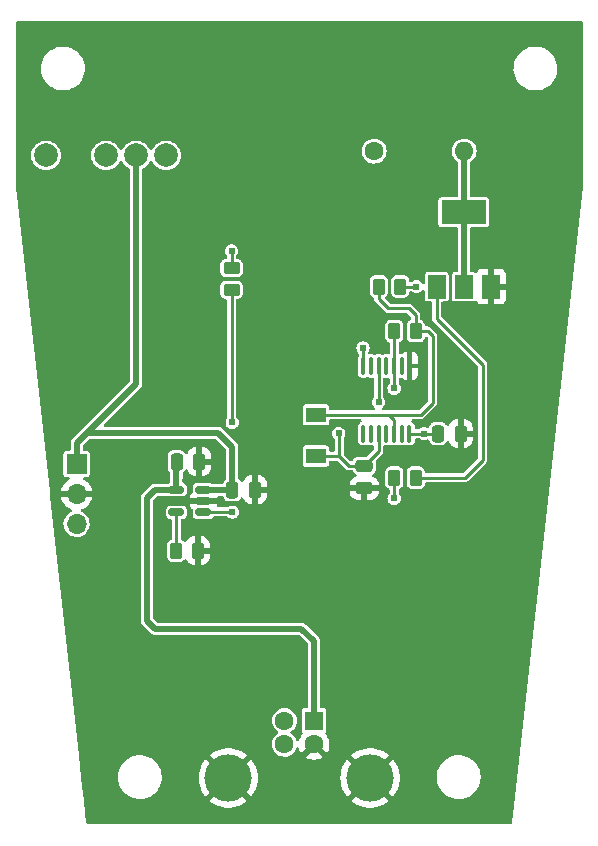
<source format=gbr>
%TF.GenerationSoftware,KiCad,Pcbnew,(6.0.1)*%
%TF.CreationDate,2022-03-26T14:46:19+01:00*%
%TF.ProjectId,fanali_coda_treno,66616e61-6c69-45f6-936f-64615f747265,rev?*%
%TF.SameCoordinates,Original*%
%TF.FileFunction,Copper,L1,Top*%
%TF.FilePolarity,Positive*%
%FSLAX46Y46*%
G04 Gerber Fmt 4.6, Leading zero omitted, Abs format (unit mm)*
G04 Created by KiCad (PCBNEW (6.0.1)) date 2022-03-26 14:46:19*
%MOMM*%
%LPD*%
G01*
G04 APERTURE LIST*
G04 Aperture macros list*
%AMRoundRect*
0 Rectangle with rounded corners*
0 $1 Rounding radius*
0 $2 $3 $4 $5 $6 $7 $8 $9 X,Y pos of 4 corners*
0 Add a 4 corners polygon primitive as box body*
4,1,4,$2,$3,$4,$5,$6,$7,$8,$9,$2,$3,0*
0 Add four circle primitives for the rounded corners*
1,1,$1+$1,$2,$3*
1,1,$1+$1,$4,$5*
1,1,$1+$1,$6,$7*
1,1,$1+$1,$8,$9*
0 Add four rect primitives between the rounded corners*
20,1,$1+$1,$2,$3,$4,$5,0*
20,1,$1+$1,$4,$5,$6,$7,0*
20,1,$1+$1,$6,$7,$8,$9,0*
20,1,$1+$1,$8,$9,$2,$3,0*%
G04 Aperture macros list end*
%TA.AperFunction,ComponentPad*%
%ADD10C,1.600000*%
%TD*%
%TA.AperFunction,ComponentPad*%
%ADD11O,1.600000X1.600000*%
%TD*%
%TA.AperFunction,SMDPad,CuDef*%
%ADD12R,1.500000X2.000000*%
%TD*%
%TA.AperFunction,SMDPad,CuDef*%
%ADD13R,3.800000X2.000000*%
%TD*%
%TA.AperFunction,SMDPad,CuDef*%
%ADD14RoundRect,0.250000X-0.250000X-0.475000X0.250000X-0.475000X0.250000X0.475000X-0.250000X0.475000X0*%
%TD*%
%TA.AperFunction,ComponentPad*%
%ADD15R,1.700000X1.700000*%
%TD*%
%TA.AperFunction,ComponentPad*%
%ADD16O,1.700000X1.700000*%
%TD*%
%TA.AperFunction,SMDPad,CuDef*%
%ADD17RoundRect,0.250000X-0.450000X0.262500X-0.450000X-0.262500X0.450000X-0.262500X0.450000X0.262500X0*%
%TD*%
%TA.AperFunction,SMDPad,CuDef*%
%ADD18RoundRect,0.250000X-0.262500X-0.450000X0.262500X-0.450000X0.262500X0.450000X-0.262500X0.450000X0*%
%TD*%
%TA.AperFunction,ComponentPad*%
%ADD19R,1.600000X1.600000*%
%TD*%
%TA.AperFunction,ComponentPad*%
%ADD20C,4.000000*%
%TD*%
%TA.AperFunction,SMDPad,CuDef*%
%ADD21RoundRect,0.150000X0.512500X0.150000X-0.512500X0.150000X-0.512500X-0.150000X0.512500X-0.150000X0*%
%TD*%
%TA.AperFunction,SMDPad,CuDef*%
%ADD22RoundRect,0.250000X-0.475000X0.250000X-0.475000X-0.250000X0.475000X-0.250000X0.475000X0.250000X0*%
%TD*%
%TA.AperFunction,SMDPad,CuDef*%
%ADD23RoundRect,0.100000X-0.100000X0.637500X-0.100000X-0.637500X0.100000X-0.637500X0.100000X0.637500X0*%
%TD*%
%TA.AperFunction,SMDPad,CuDef*%
%ADD24R,1.700000X1.300000*%
%TD*%
%TA.AperFunction,ComponentPad*%
%ADD25C,2.000000*%
%TD*%
%TA.AperFunction,ViaPad*%
%ADD26C,0.609600*%
%TD*%
%TA.AperFunction,Conductor*%
%ADD27C,0.254000*%
%TD*%
%TA.AperFunction,Conductor*%
%ADD28C,0.508000*%
%TD*%
%TA.AperFunction,Conductor*%
%ADD29C,0.250000*%
%TD*%
G04 APERTURE END LIST*
D10*
%TO.P,R4,1*%
%TO.N,Net-(D2-Pad1)*%
X31343600Y-12000000D03*
D11*
%TO.P,R4,2*%
%TO.N,Net-(Q1-Pad2)*%
X38963600Y-12000000D03*
%TD*%
D12*
%TO.P,Q1,1,G*%
%TO.N,Net-(Q1-Pad1)*%
X36638200Y-23470400D03*
%TO.P,Q1,2,D*%
%TO.N,Net-(Q1-Pad2)*%
X38938200Y-23470400D03*
%TO.P,Q1,3,S*%
%TO.N,GND*%
X41238200Y-23470400D03*
D13*
%TO.P,Q1,4,D*%
%TO.N,Net-(Q1-Pad2)*%
X38938200Y-17170400D03*
%TD*%
D14*
%TO.P,C4,1*%
%TO.N,Net-(C4-Pad1)*%
X19344600Y-40665400D03*
%TO.P,C4,2*%
%TO.N,GND*%
X21244600Y-40665400D03*
%TD*%
D15*
%TO.P,J2,1,Pin_1*%
%TO.N,Net-(C4-Pad1)*%
X6146800Y-38481000D03*
D16*
%TO.P,J2,2,Pin_2*%
%TO.N,GND*%
X6146800Y-41021000D03*
%TO.P,J2,3,Pin_3*%
%TO.N,unconnected-(J2-Pad3)*%
X6146800Y-43561000D03*
%TD*%
D17*
%TO.P,R6,1*%
%TO.N,Net-(D3-Pad1)*%
X19278600Y-21896700D03*
%TO.P,R6,2*%
%TO.N,Net-(R6-Pad2)*%
X19278600Y-23721700D03*
%TD*%
D18*
%TO.P,R3,1*%
%TO.N,THR*%
X33047300Y-27228800D03*
%TO.P,R3,2*%
%TO.N,Net-(D1-Pad2)*%
X34872300Y-27228800D03*
%TD*%
%TO.P,R1,1*%
%TO.N,Net-(D1-Pad2)*%
X31726500Y-23469600D03*
%TO.P,R1,2*%
%TO.N,+BATT*%
X33551500Y-23469600D03*
%TD*%
D14*
%TO.P,C1,1*%
%TO.N,+BATT*%
X36769000Y-35915600D03*
%TO.P,C1,2*%
%TO.N,GND*%
X38669000Y-35915600D03*
%TD*%
D19*
%TO.P,J1,1,VBUS*%
%TO.N,Net-(C3-Pad1)*%
X26250000Y-60212500D03*
D10*
%TO.P,J1,2,D-*%
%TO.N,unconnected-(J1-Pad2)*%
X23750000Y-60212500D03*
%TO.P,J1,3,D+*%
%TO.N,unconnected-(J1-Pad3)*%
X23750000Y-62212500D03*
%TO.P,J1,4,GND*%
%TO.N,GND*%
X26250000Y-62212500D03*
D20*
%TO.P,J1,5,Shield*%
X19000000Y-65072500D03*
X31000000Y-65072500D03*
%TD*%
D21*
%TO.P,U2,1,STAT*%
%TO.N,Net-(R6-Pad2)*%
X16885900Y-42565600D03*
%TO.P,U2,2,VSS*%
%TO.N,GND*%
X16885900Y-41615600D03*
%TO.P,U2,3,VBAT*%
%TO.N,Net-(C4-Pad1)*%
X16885900Y-40665600D03*
%TO.P,U2,4,VDD*%
%TO.N,Net-(C3-Pad1)*%
X14610900Y-40665600D03*
%TO.P,U2,5,PROG*%
%TO.N,Net-(R5-Pad1)*%
X14610900Y-42565600D03*
%TD*%
D18*
%TO.P,R2,1*%
%TO.N,Net-(R2-Pad1)*%
X33047300Y-39649400D03*
%TO.P,R2,2*%
%TO.N,Net-(Q1-Pad1)*%
X34872300Y-39649400D03*
%TD*%
D14*
%TO.P,C3,1*%
%TO.N,Net-(C3-Pad1)*%
X14620200Y-38277800D03*
%TO.P,C3,2*%
%TO.N,GND*%
X16520200Y-38277800D03*
%TD*%
D22*
%TO.P,C2,1*%
%TO.N,THR*%
X30505400Y-38623200D03*
%TO.P,C2,2*%
%TO.N,GND*%
X30505400Y-40523200D03*
%TD*%
D18*
%TO.P,R5,1*%
%TO.N,Net-(R5-Pad1)*%
X14583400Y-45821600D03*
%TO.P,R5,2*%
%TO.N,GND*%
X16408400Y-45821600D03*
%TD*%
D23*
%TO.P,U1,1,GND*%
%TO.N,GND*%
X34335000Y-30182900D03*
%TO.P,U1,2,NC*%
%TO.N,unconnected-(U1-Pad2)*%
X33685000Y-30182900D03*
%TO.P,U1,3,TR*%
%TO.N,THR*%
X33035000Y-30182900D03*
%TO.P,U1,4,NC*%
%TO.N,unconnected-(U1-Pad4)*%
X32385000Y-30182900D03*
%TO.P,U1,5,OUT*%
%TO.N,Net-(R2-Pad1)*%
X31735000Y-30182900D03*
%TO.P,U1,6,NC*%
%TO.N,unconnected-(U1-Pad6)*%
X31085000Y-30182900D03*
%TO.P,U1,7,RESET*%
%TO.N,+BATT*%
X30435000Y-30182900D03*
%TO.P,U1,8,CONT*%
%TO.N,unconnected-(U1-Pad8)*%
X30435000Y-35907900D03*
%TO.P,U1,9,NC*%
%TO.N,unconnected-(U1-Pad9)*%
X31085000Y-35907900D03*
%TO.P,U1,10,THRES*%
%TO.N,THR*%
X31735000Y-35907900D03*
%TO.P,U1,11,NC*%
%TO.N,unconnected-(U1-Pad11)*%
X32385000Y-35907900D03*
%TO.P,U1,12,DISCH*%
%TO.N,Net-(D1-Pad2)*%
X33035000Y-35907900D03*
%TO.P,U1,13,NC*%
%TO.N,unconnected-(U1-Pad13)*%
X33685000Y-35907900D03*
%TO.P,U1,14,VDD*%
%TO.N,+BATT*%
X34335000Y-35907900D03*
%TD*%
D24*
%TO.P,D1,1,K*%
%TO.N,THR*%
X26416000Y-37815400D03*
%TO.P,D1,2,A*%
%TO.N,Net-(D1-Pad2)*%
X26416000Y-34315400D03*
%TD*%
D25*
%TO.P,SW1,1,A*%
%TO.N,unconnected-(SW1-Pad1)*%
X13726387Y-12362500D03*
%TO.P,SW1,2,B*%
%TO.N,Net-(C4-Pad1)*%
X11186387Y-12362500D03*
%TO.P,SW1,3,C*%
%TO.N,+BATT*%
X8646387Y-12362500D03*
%TO.P,SW1,4*%
%TO.N,N/C*%
X3566387Y-12362500D03*
%TD*%
D26*
%TO.N,+BATT*%
X34929600Y-23470400D03*
X30400000Y-28675000D03*
X35567100Y-35907900D03*
%TO.N,THR*%
X28350000Y-35890000D03*
X33040000Y-32070000D03*
%TO.N,Net-(C3-Pad1)*%
X14610900Y-39514100D03*
%TO.N,Net-(D3-Pad1)*%
X19275000Y-20450000D03*
%TO.N,Net-(R2-Pad1)*%
X31730000Y-33250000D03*
X33040000Y-41410000D03*
%TO.N,Net-(R6-Pad2)*%
X19325000Y-34975000D03*
X19350000Y-42550000D03*
%TD*%
D27*
%TO.N,+BATT*%
X30435000Y-30182900D02*
X30435000Y-28710000D01*
X35567100Y-35907900D02*
X36761300Y-35907900D01*
X33551500Y-23469600D02*
X33552300Y-23470400D01*
X36761300Y-35907900D02*
X36769000Y-35915600D01*
X30435000Y-28710000D02*
X30400000Y-28675000D01*
X34335000Y-35907900D02*
X35567100Y-35907900D01*
X33552300Y-23470400D02*
X34929600Y-23470400D01*
%TO.N,THR*%
X31735000Y-35907900D02*
X31735000Y-37393600D01*
X33035000Y-30182900D02*
X33035000Y-27241100D01*
X31735000Y-37393600D02*
X30505400Y-38623200D01*
X30505400Y-38623200D02*
X29183200Y-38623200D01*
X28375400Y-37815400D02*
X28375400Y-35915400D01*
X33040000Y-30187900D02*
X33035000Y-30182900D01*
X28375400Y-37815400D02*
X26416000Y-37815400D01*
X29183200Y-38623200D02*
X28375400Y-37815400D01*
X28375400Y-35915400D02*
X28350000Y-35890000D01*
X33035000Y-27241100D02*
X33047300Y-27228800D01*
X33040000Y-32070000D02*
X33040000Y-30187900D01*
D28*
%TO.N,Net-(C3-Pad1)*%
X14610900Y-38287100D02*
X14620200Y-38277800D01*
X14610900Y-40665600D02*
X12809400Y-40665600D01*
X12750000Y-52425000D02*
X25175000Y-52425000D01*
X12100000Y-41375000D02*
X12100000Y-51775000D01*
X12100000Y-51775000D02*
X12750000Y-52425000D01*
X26250000Y-60212500D02*
X26250000Y-53500000D01*
X14610900Y-39514100D02*
X14610900Y-38287100D01*
X14610900Y-40665600D02*
X14610900Y-39514100D01*
X12809400Y-40665600D02*
X12100000Y-41375000D01*
X26250000Y-53500000D02*
X25175000Y-52425000D01*
%TO.N,Net-(C4-Pad1)*%
X19344400Y-40665600D02*
X19344600Y-40665400D01*
X19344600Y-37044600D02*
X18125000Y-35825000D01*
X18125000Y-35825000D02*
X7050000Y-35825000D01*
X19344600Y-40665400D02*
X19344600Y-37044600D01*
X7050000Y-35825000D02*
X6146800Y-36728200D01*
X11186387Y-31688613D02*
X7050000Y-35825000D01*
X16885900Y-40665600D02*
X19344400Y-40665600D01*
X11186387Y-12362500D02*
X11186387Y-31688613D01*
X6146800Y-36728200D02*
X6146800Y-38481000D01*
D27*
%TO.N,Net-(D3-Pad1)*%
X19278600Y-21896700D02*
X19278600Y-20453600D01*
X19278600Y-20453600D02*
X19275000Y-20450000D01*
%TO.N,Net-(Q1-Pad1)*%
X40520000Y-38160000D02*
X40520000Y-30070000D01*
X36638200Y-26188200D02*
X40520000Y-30070000D01*
X39030600Y-39649400D02*
X40520000Y-38160000D01*
X34872300Y-39649400D02*
X39030600Y-39649400D01*
X36638200Y-23470400D02*
X36638200Y-26188200D01*
D28*
%TO.N,Net-(Q1-Pad2)*%
X38963600Y-12000000D02*
X38963600Y-17145000D01*
X38963600Y-17145000D02*
X38938200Y-17170400D01*
X38938200Y-17170400D02*
X38938200Y-23470400D01*
D27*
%TO.N,Net-(R2-Pad1)*%
X33040000Y-41410000D02*
X33040000Y-39656700D01*
X33040000Y-39656700D02*
X33047300Y-39649400D01*
D29*
X31735000Y-33245000D02*
X31730000Y-33250000D01*
X31735000Y-30182900D02*
X31735000Y-33245000D01*
D27*
X31726500Y-30174400D02*
X31735000Y-30182900D01*
%TO.N,Net-(R5-Pad1)*%
X14610900Y-42565600D02*
X14610900Y-45794100D01*
X14610900Y-45794100D02*
X14583400Y-45821600D01*
%TO.N,Net-(R6-Pad2)*%
X16901500Y-42550000D02*
X16885900Y-42565600D01*
X19278600Y-34928600D02*
X19325000Y-34975000D01*
X19350000Y-42550000D02*
X16901500Y-42550000D01*
X19278600Y-23721700D02*
X19278600Y-34928600D01*
%TO.N,Net-(D1-Pad2)*%
X31726500Y-23469600D02*
X31726500Y-24486500D01*
X36290000Y-27640000D02*
X36290000Y-33300000D01*
X35878800Y-27228800D02*
X36290000Y-27640000D01*
D29*
X33035000Y-34765000D02*
X32585400Y-34315400D01*
D27*
X31726500Y-24486500D02*
X32550000Y-25310000D01*
X33047300Y-35920200D02*
X33035000Y-35907900D01*
X35274600Y-34315400D02*
X32585400Y-34315400D01*
X34872300Y-27228800D02*
X35878800Y-27228800D01*
X26416000Y-34315400D02*
X32455400Y-34315400D01*
X34872300Y-25892300D02*
X34290000Y-25310000D01*
X34290000Y-25310000D02*
X32550000Y-25310000D01*
X32585400Y-34315400D02*
X32455400Y-34315400D01*
X34872300Y-27228800D02*
X34872300Y-25892300D01*
X36290000Y-33300000D02*
X35274600Y-34315400D01*
D29*
X33035000Y-35907900D02*
X33035000Y-34765000D01*
%TD*%
%TA.AperFunction,Conductor*%
%TO.N,GND*%
G36*
X48942121Y-1020002D02*
G01*
X48988614Y-1073658D01*
X49000000Y-1126000D01*
X49000000Y-14993025D01*
X48999229Y-15006939D01*
X43012454Y-68887914D01*
X42985052Y-68953410D01*
X42926590Y-68993693D01*
X42887225Y-69000000D01*
X7112775Y-69000000D01*
X7044654Y-68979998D01*
X6998161Y-68926342D01*
X6987546Y-68887914D01*
X6779832Y-67018487D01*
X17418721Y-67018487D01*
X17427548Y-67030105D01*
X17650281Y-67191930D01*
X17656961Y-67196170D01*
X17926572Y-67344390D01*
X17933707Y-67347747D01*
X18219770Y-67461008D01*
X18227296Y-67463453D01*
X18525279Y-67539962D01*
X18533050Y-67541445D01*
X18838278Y-67580003D01*
X18846169Y-67580500D01*
X19153831Y-67580500D01*
X19161722Y-67580003D01*
X19466950Y-67541445D01*
X19474721Y-67539962D01*
X19772704Y-67463453D01*
X19780230Y-67461008D01*
X20066293Y-67347747D01*
X20073428Y-67344390D01*
X20343039Y-67196170D01*
X20349719Y-67191930D01*
X20572823Y-67029836D01*
X20581246Y-67018913D01*
X20581017Y-67018487D01*
X29418721Y-67018487D01*
X29427548Y-67030105D01*
X29650281Y-67191930D01*
X29656961Y-67196170D01*
X29926572Y-67344390D01*
X29933707Y-67347747D01*
X30219770Y-67461008D01*
X30227296Y-67463453D01*
X30525279Y-67539962D01*
X30533050Y-67541445D01*
X30838278Y-67580003D01*
X30846169Y-67580500D01*
X31153831Y-67580500D01*
X31161722Y-67580003D01*
X31466950Y-67541445D01*
X31474721Y-67539962D01*
X31772704Y-67463453D01*
X31780230Y-67461008D01*
X32066293Y-67347747D01*
X32073428Y-67344390D01*
X32343039Y-67196170D01*
X32349719Y-67191930D01*
X32572823Y-67029836D01*
X32581246Y-67018913D01*
X32574342Y-67006052D01*
X31012812Y-65444522D01*
X30998868Y-65436908D01*
X30997035Y-65437039D01*
X30990420Y-65441290D01*
X29425334Y-67006376D01*
X29418721Y-67018487D01*
X20581017Y-67018487D01*
X20574342Y-67006052D01*
X19012812Y-65444522D01*
X18998868Y-65436908D01*
X18997035Y-65437039D01*
X18990420Y-65441290D01*
X17425334Y-67006376D01*
X17418721Y-67018487D01*
X6779832Y-67018487D01*
X6560243Y-65042186D01*
X9641018Y-65042186D01*
X9666579Y-65310100D01*
X9667664Y-65314534D01*
X9667665Y-65314540D01*
X9709665Y-65486180D01*
X9730547Y-65571518D01*
X9831583Y-65820963D01*
X9967569Y-66053210D01*
X10135658Y-66263395D01*
X10332327Y-66447113D01*
X10553457Y-66600516D01*
X10794416Y-66720391D01*
X10798750Y-66721812D01*
X10798753Y-66721813D01*
X11045823Y-66802807D01*
X11045829Y-66802808D01*
X11050156Y-66804227D01*
X11054647Y-66805007D01*
X11054648Y-66805007D01*
X11311538Y-66849611D01*
X11311546Y-66849612D01*
X11315319Y-66850267D01*
X11319156Y-66850458D01*
X11398777Y-66854422D01*
X11398785Y-66854422D01*
X11400348Y-66854500D01*
X11568374Y-66854500D01*
X11570642Y-66854335D01*
X11570654Y-66854335D01*
X11701457Y-66844844D01*
X11768425Y-66839985D01*
X11772880Y-66839001D01*
X11772883Y-66839001D01*
X12026770Y-66782947D01*
X12026772Y-66782946D01*
X12031226Y-66781963D01*
X12282900Y-66686613D01*
X12358740Y-66644488D01*
X12514179Y-66558149D01*
X12514180Y-66558148D01*
X12518172Y-66555931D01*
X12664842Y-66443996D01*
X12728491Y-66395421D01*
X12728495Y-66395417D01*
X12732116Y-66392654D01*
X12920249Y-66200203D01*
X13027242Y-66053210D01*
X13075942Y-65986304D01*
X13075947Y-65986297D01*
X13078630Y-65982610D01*
X13203941Y-65744433D01*
X13293557Y-65490662D01*
X13318688Y-65363156D01*
X13344720Y-65231083D01*
X13344721Y-65231077D01*
X13345601Y-65226611D01*
X13353076Y-65076458D01*
X16487290Y-65076458D01*
X16506607Y-65383494D01*
X16507600Y-65391355D01*
X16565246Y-65693546D01*
X16567217Y-65701223D01*
X16662284Y-65993809D01*
X16665199Y-66001172D01*
X16796189Y-66279541D01*
X16800001Y-66286474D01*
X16964851Y-66546236D01*
X16969495Y-66552629D01*
X17044497Y-66643290D01*
X17057014Y-66651745D01*
X17067752Y-66645538D01*
X18627978Y-65085312D01*
X18634356Y-65073632D01*
X19364408Y-65073632D01*
X19364539Y-65075465D01*
X19368790Y-65082080D01*
X20931145Y-66644435D01*
X20944407Y-66651677D01*
X20954512Y-66644488D01*
X21030505Y-66552629D01*
X21035149Y-66546236D01*
X21199999Y-66286474D01*
X21203811Y-66279541D01*
X21334801Y-66001172D01*
X21337716Y-65993809D01*
X21432783Y-65701223D01*
X21434754Y-65693546D01*
X21492400Y-65391355D01*
X21493393Y-65383494D01*
X21512710Y-65076458D01*
X28487290Y-65076458D01*
X28506607Y-65383494D01*
X28507600Y-65391355D01*
X28565246Y-65693546D01*
X28567217Y-65701223D01*
X28662284Y-65993809D01*
X28665199Y-66001172D01*
X28796189Y-66279541D01*
X28800001Y-66286474D01*
X28964851Y-66546236D01*
X28969495Y-66552629D01*
X29044497Y-66643290D01*
X29057014Y-66651745D01*
X29067752Y-66645538D01*
X30627978Y-65085312D01*
X30634356Y-65073632D01*
X31364408Y-65073632D01*
X31364539Y-65075465D01*
X31368790Y-65082080D01*
X32931145Y-66644435D01*
X32944407Y-66651677D01*
X32954512Y-66644488D01*
X33030505Y-66552629D01*
X33035149Y-66546236D01*
X33199999Y-66286474D01*
X33203811Y-66279541D01*
X33334801Y-66001172D01*
X33337716Y-65993809D01*
X33432783Y-65701223D01*
X33434754Y-65693546D01*
X33492400Y-65391355D01*
X33493393Y-65383494D01*
X33512710Y-65076458D01*
X33512710Y-65068542D01*
X33511052Y-65042186D01*
X36641018Y-65042186D01*
X36666579Y-65310100D01*
X36667664Y-65314534D01*
X36667665Y-65314540D01*
X36709665Y-65486180D01*
X36730547Y-65571518D01*
X36831583Y-65820963D01*
X36967569Y-66053210D01*
X37135658Y-66263395D01*
X37332327Y-66447113D01*
X37553457Y-66600516D01*
X37794416Y-66720391D01*
X37798750Y-66721812D01*
X37798753Y-66721813D01*
X38045823Y-66802807D01*
X38045829Y-66802808D01*
X38050156Y-66804227D01*
X38054647Y-66805007D01*
X38054648Y-66805007D01*
X38311538Y-66849611D01*
X38311546Y-66849612D01*
X38315319Y-66850267D01*
X38319156Y-66850458D01*
X38398777Y-66854422D01*
X38398785Y-66854422D01*
X38400348Y-66854500D01*
X38568374Y-66854500D01*
X38570642Y-66854335D01*
X38570654Y-66854335D01*
X38701457Y-66844844D01*
X38768425Y-66839985D01*
X38772880Y-66839001D01*
X38772883Y-66839001D01*
X39026770Y-66782947D01*
X39026772Y-66782946D01*
X39031226Y-66781963D01*
X39282900Y-66686613D01*
X39358740Y-66644488D01*
X39514179Y-66558149D01*
X39514180Y-66558148D01*
X39518172Y-66555931D01*
X39664842Y-66443996D01*
X39728491Y-66395421D01*
X39728495Y-66395417D01*
X39732116Y-66392654D01*
X39920249Y-66200203D01*
X40027242Y-66053210D01*
X40075942Y-65986304D01*
X40075947Y-65986297D01*
X40078630Y-65982610D01*
X40203941Y-65744433D01*
X40293557Y-65490662D01*
X40318688Y-65363156D01*
X40344720Y-65231083D01*
X40344721Y-65231077D01*
X40345601Y-65226611D01*
X40353076Y-65076458D01*
X40358755Y-64962383D01*
X40358755Y-64962377D01*
X40358982Y-64957814D01*
X40333421Y-64689900D01*
X40269453Y-64428482D01*
X40168417Y-64179037D01*
X40032431Y-63946790D01*
X39864342Y-63736605D01*
X39667673Y-63552887D01*
X39446543Y-63399484D01*
X39205584Y-63279609D01*
X39201250Y-63278188D01*
X39201247Y-63278187D01*
X38954177Y-63197193D01*
X38954171Y-63197192D01*
X38949844Y-63195773D01*
X38890010Y-63185384D01*
X38688462Y-63150389D01*
X38688454Y-63150388D01*
X38684681Y-63149733D01*
X38674718Y-63149237D01*
X38601223Y-63145578D01*
X38601215Y-63145578D01*
X38599652Y-63145500D01*
X38431626Y-63145500D01*
X38429358Y-63145665D01*
X38429346Y-63145665D01*
X38298543Y-63155156D01*
X38231575Y-63160015D01*
X38227120Y-63160999D01*
X38227117Y-63160999D01*
X37973230Y-63217053D01*
X37973228Y-63217054D01*
X37968774Y-63218037D01*
X37717100Y-63313387D01*
X37713114Y-63315601D01*
X37713112Y-63315602D01*
X37647738Y-63351914D01*
X37481828Y-63444069D01*
X37478196Y-63446841D01*
X37271509Y-63604579D01*
X37271505Y-63604583D01*
X37267884Y-63607346D01*
X37079751Y-63799797D01*
X37077066Y-63803486D01*
X36924058Y-64013696D01*
X36924053Y-64013703D01*
X36921370Y-64017390D01*
X36796059Y-64255567D01*
X36706443Y-64509338D01*
X36705560Y-64513820D01*
X36658291Y-64753645D01*
X36654399Y-64773389D01*
X36654172Y-64777942D01*
X36654172Y-64777945D01*
X36644991Y-64962383D01*
X36641018Y-65042186D01*
X33511052Y-65042186D01*
X33493393Y-64761506D01*
X33492400Y-64753645D01*
X33434754Y-64451454D01*
X33432783Y-64443777D01*
X33337716Y-64151191D01*
X33334801Y-64143828D01*
X33203811Y-63865459D01*
X33199999Y-63858526D01*
X33035149Y-63598764D01*
X33030505Y-63592371D01*
X32955503Y-63501710D01*
X32942986Y-63493255D01*
X32932248Y-63499462D01*
X31372022Y-65059688D01*
X31364408Y-65073632D01*
X30634356Y-65073632D01*
X30635592Y-65071368D01*
X30635461Y-65069535D01*
X30631210Y-65062920D01*
X29068855Y-63500565D01*
X29055593Y-63493323D01*
X29045488Y-63500512D01*
X28969495Y-63592371D01*
X28964851Y-63598764D01*
X28800001Y-63858526D01*
X28796189Y-63865459D01*
X28665199Y-64143828D01*
X28662284Y-64151191D01*
X28567217Y-64443777D01*
X28565246Y-64451454D01*
X28507600Y-64753645D01*
X28506607Y-64761506D01*
X28487290Y-65068542D01*
X28487290Y-65076458D01*
X21512710Y-65076458D01*
X21512710Y-65068542D01*
X21493393Y-64761506D01*
X21492400Y-64753645D01*
X21434754Y-64451454D01*
X21432783Y-64443777D01*
X21337716Y-64151191D01*
X21334801Y-64143828D01*
X21203811Y-63865459D01*
X21199999Y-63858526D01*
X21035149Y-63598764D01*
X21030505Y-63592371D01*
X20955503Y-63501710D01*
X20942986Y-63493255D01*
X20932248Y-63499462D01*
X19372022Y-65059688D01*
X19364408Y-65073632D01*
X18634356Y-65073632D01*
X18635592Y-65071368D01*
X18635461Y-65069535D01*
X18631210Y-65062920D01*
X17068855Y-63500565D01*
X17055593Y-63493323D01*
X17045488Y-63500512D01*
X16969495Y-63592371D01*
X16964851Y-63598764D01*
X16800001Y-63858526D01*
X16796189Y-63865459D01*
X16665199Y-64143828D01*
X16662284Y-64151191D01*
X16567217Y-64443777D01*
X16565246Y-64451454D01*
X16507600Y-64753645D01*
X16506607Y-64761506D01*
X16487290Y-65068542D01*
X16487290Y-65076458D01*
X13353076Y-65076458D01*
X13358755Y-64962383D01*
X13358755Y-64962377D01*
X13358982Y-64957814D01*
X13333421Y-64689900D01*
X13269453Y-64428482D01*
X13168417Y-64179037D01*
X13032431Y-63946790D01*
X12864342Y-63736605D01*
X12667673Y-63552887D01*
X12446543Y-63399484D01*
X12205584Y-63279609D01*
X12201250Y-63278188D01*
X12201247Y-63278187D01*
X11954177Y-63197193D01*
X11954171Y-63197192D01*
X11949844Y-63195773D01*
X11890010Y-63185384D01*
X11688462Y-63150389D01*
X11688454Y-63150388D01*
X11684681Y-63149733D01*
X11674718Y-63149237D01*
X11601223Y-63145578D01*
X11601215Y-63145578D01*
X11599652Y-63145500D01*
X11431626Y-63145500D01*
X11429358Y-63145665D01*
X11429346Y-63145665D01*
X11298543Y-63155156D01*
X11231575Y-63160015D01*
X11227120Y-63160999D01*
X11227117Y-63160999D01*
X10973230Y-63217053D01*
X10973228Y-63217054D01*
X10968774Y-63218037D01*
X10717100Y-63313387D01*
X10713114Y-63315601D01*
X10713112Y-63315602D01*
X10647738Y-63351914D01*
X10481828Y-63444069D01*
X10478196Y-63446841D01*
X10271509Y-63604579D01*
X10271505Y-63604583D01*
X10267884Y-63607346D01*
X10079751Y-63799797D01*
X10077066Y-63803486D01*
X9924058Y-64013696D01*
X9924053Y-64013703D01*
X9921370Y-64017390D01*
X9796059Y-64255567D01*
X9706443Y-64509338D01*
X9705560Y-64513820D01*
X9658291Y-64753645D01*
X9654399Y-64773389D01*
X9654172Y-64777942D01*
X9654172Y-64777945D01*
X9644991Y-64962383D01*
X9641018Y-65042186D01*
X6560243Y-65042186D01*
X6347343Y-63126087D01*
X17418754Y-63126087D01*
X17425658Y-63138948D01*
X18987188Y-64700478D01*
X19001132Y-64708092D01*
X19002965Y-64707961D01*
X19009580Y-64703710D01*
X20414728Y-63298562D01*
X25528493Y-63298562D01*
X25537789Y-63310577D01*
X25588994Y-63346431D01*
X25598489Y-63351914D01*
X25795947Y-63443990D01*
X25806239Y-63447736D01*
X26016688Y-63504125D01*
X26027481Y-63506028D01*
X26244525Y-63525017D01*
X26255475Y-63525017D01*
X26472519Y-63506028D01*
X26483312Y-63504125D01*
X26693761Y-63447736D01*
X26704053Y-63443990D01*
X26901511Y-63351914D01*
X26911006Y-63346431D01*
X26963048Y-63309991D01*
X26971424Y-63299512D01*
X26964356Y-63286066D01*
X26804377Y-63126087D01*
X29418754Y-63126087D01*
X29425658Y-63138948D01*
X30987188Y-64700478D01*
X31001132Y-64708092D01*
X31002965Y-64707961D01*
X31009580Y-64703710D01*
X32574666Y-63138624D01*
X32581279Y-63126513D01*
X32572452Y-63114895D01*
X32349719Y-62953070D01*
X32343039Y-62948830D01*
X32073428Y-62800610D01*
X32066293Y-62797253D01*
X31780230Y-62683992D01*
X31772704Y-62681547D01*
X31474721Y-62605038D01*
X31466950Y-62603555D01*
X31161722Y-62564997D01*
X31153831Y-62564500D01*
X30846169Y-62564500D01*
X30838278Y-62564997D01*
X30533050Y-62603555D01*
X30525279Y-62605038D01*
X30227296Y-62681547D01*
X30219770Y-62683992D01*
X29933707Y-62797253D01*
X29926572Y-62800610D01*
X29656961Y-62948830D01*
X29650281Y-62953070D01*
X29427177Y-63115164D01*
X29418754Y-63126087D01*
X26804377Y-63126087D01*
X26262812Y-62584522D01*
X26248868Y-62576908D01*
X26247035Y-62577039D01*
X26240420Y-62581290D01*
X25534923Y-63286787D01*
X25528493Y-63298562D01*
X20414728Y-63298562D01*
X20574666Y-63138624D01*
X20581279Y-63126513D01*
X20572452Y-63114895D01*
X20349719Y-62953070D01*
X20343039Y-62948830D01*
X20073428Y-62800610D01*
X20066293Y-62797253D01*
X19780230Y-62683992D01*
X19772704Y-62681547D01*
X19474721Y-62605038D01*
X19466950Y-62603555D01*
X19161722Y-62564997D01*
X19153831Y-62564500D01*
X18846169Y-62564500D01*
X18838278Y-62564997D01*
X18533050Y-62603555D01*
X18525279Y-62605038D01*
X18227296Y-62681547D01*
X18219770Y-62683992D01*
X17933707Y-62797253D01*
X17926572Y-62800610D01*
X17656961Y-62948830D01*
X17650281Y-62953070D01*
X17427177Y-63115164D01*
X17418754Y-63126087D01*
X6347343Y-63126087D01*
X3920996Y-41288966D01*
X4815057Y-41288966D01*
X4845365Y-41423446D01*
X4848445Y-41433275D01*
X4928570Y-41630603D01*
X4933213Y-41639794D01*
X5044494Y-41821388D01*
X5050577Y-41829699D01*
X5190013Y-41990667D01*
X5197380Y-41997883D01*
X5361234Y-42133916D01*
X5369681Y-42139831D01*
X5553556Y-42247279D01*
X5562842Y-42251729D01*
X5711924Y-42308657D01*
X5768427Y-42351644D01*
X5792720Y-42418355D01*
X5777090Y-42487610D01*
X5726499Y-42537421D01*
X5710585Y-42544579D01*
X5669263Y-42559824D01*
X5494810Y-42663612D01*
X5490470Y-42667418D01*
X5490466Y-42667421D01*
X5346533Y-42793648D01*
X5342192Y-42797455D01*
X5338617Y-42801990D01*
X5338616Y-42801991D01*
X5309746Y-42838613D01*
X5216520Y-42956869D01*
X5213831Y-42961980D01*
X5213829Y-42961983D01*
X5173547Y-43038547D01*
X5122003Y-43136515D01*
X5061807Y-43330378D01*
X5037948Y-43531964D01*
X5051224Y-43734522D01*
X5052645Y-43740118D01*
X5052646Y-43740123D01*
X5072919Y-43819945D01*
X5101192Y-43931269D01*
X5103609Y-43936512D01*
X5140810Y-44017208D01*
X5186177Y-44115616D01*
X5303333Y-44281389D01*
X5448738Y-44423035D01*
X5617520Y-44535812D01*
X5622823Y-44538090D01*
X5622826Y-44538092D01*
X5711507Y-44576192D01*
X5804028Y-44615942D01*
X5853552Y-44627148D01*
X5996379Y-44659467D01*
X5996384Y-44659468D01*
X6002016Y-44660742D01*
X6007787Y-44660969D01*
X6007789Y-44660969D01*
X6067556Y-44663317D01*
X6204853Y-44668712D01*
X6305299Y-44654148D01*
X6400031Y-44640413D01*
X6400036Y-44640412D01*
X6405745Y-44639584D01*
X6411209Y-44637729D01*
X6411214Y-44637728D01*
X6592493Y-44576192D01*
X6592498Y-44576190D01*
X6597965Y-44574334D01*
X6775076Y-44475147D01*
X6837734Y-44423035D01*
X6926713Y-44349031D01*
X6931145Y-44345345D01*
X7060947Y-44189276D01*
X7160134Y-44012165D01*
X7161990Y-44006698D01*
X7161992Y-44006693D01*
X7223528Y-43825414D01*
X7223529Y-43825409D01*
X7225384Y-43819945D01*
X7226212Y-43814236D01*
X7226213Y-43814231D01*
X7253979Y-43622727D01*
X7254512Y-43619053D01*
X7256032Y-43561000D01*
X7237458Y-43358859D01*
X7235890Y-43353299D01*
X7183925Y-43169046D01*
X7183924Y-43169044D01*
X7182357Y-43163487D01*
X7171778Y-43142033D01*
X7095131Y-42986609D01*
X7092576Y-42981428D01*
X6971120Y-42818779D01*
X6846556Y-42703633D01*
X6826303Y-42684911D01*
X6822058Y-42680987D01*
X6817175Y-42677906D01*
X6817171Y-42677903D01*
X6655264Y-42575748D01*
X6650381Y-42572667D01*
X6578414Y-42543955D01*
X6522555Y-42500134D01*
X6499255Y-42433069D01*
X6515911Y-42364054D01*
X6567236Y-42315000D01*
X6588898Y-42306239D01*
X6639052Y-42291192D01*
X6648642Y-42287433D01*
X6839895Y-42193739D01*
X6848745Y-42188464D01*
X7022128Y-42064792D01*
X7030000Y-42058139D01*
X7180852Y-41907812D01*
X7187530Y-41899965D01*
X7311803Y-41727020D01*
X7317113Y-41718183D01*
X7411470Y-41527267D01*
X7415269Y-41517672D01*
X7448000Y-41409941D01*
X11587461Y-41409941D01*
X11589335Y-41418720D01*
X11589898Y-41426978D01*
X11591500Y-41442161D01*
X11591500Y-51703928D01*
X11590145Y-51716058D01*
X11590627Y-51716097D01*
X11589907Y-51725044D01*
X11587926Y-51733800D01*
X11588482Y-51742760D01*
X11591258Y-51787508D01*
X11591500Y-51795310D01*
X11591500Y-51811513D01*
X11592136Y-51815953D01*
X11592984Y-51821878D01*
X11594013Y-51831928D01*
X11596945Y-51879177D01*
X11599994Y-51887623D01*
X11600593Y-51890514D01*
X11604822Y-51907480D01*
X11605648Y-51910305D01*
X11606920Y-51919187D01*
X11626522Y-51962298D01*
X11630327Y-51971647D01*
X11646404Y-52016181D01*
X11651699Y-52023429D01*
X11653080Y-52026027D01*
X11661915Y-52041145D01*
X11663494Y-52043614D01*
X11667208Y-52051782D01*
X11673064Y-52058578D01*
X11698115Y-52087652D01*
X11704401Y-52095569D01*
X11709548Y-52102615D01*
X11709553Y-52102620D01*
X11712425Y-52106552D01*
X11723400Y-52117527D01*
X11729758Y-52124374D01*
X11762287Y-52162127D01*
X11769822Y-52167011D01*
X11776058Y-52172451D01*
X11787929Y-52182056D01*
X12340183Y-52734311D01*
X12347800Y-52743845D01*
X12348169Y-52743531D01*
X12353984Y-52750364D01*
X12358776Y-52757958D01*
X12399116Y-52793585D01*
X12404803Y-52798931D01*
X12416255Y-52810383D01*
X12419846Y-52813074D01*
X12419848Y-52813076D01*
X12424630Y-52816660D01*
X12432473Y-52823045D01*
X12467951Y-52854378D01*
X12476078Y-52858194D01*
X12478534Y-52859807D01*
X12493547Y-52868829D01*
X12496118Y-52870237D01*
X12503296Y-52875616D01*
X12511696Y-52878765D01*
X12511698Y-52878766D01*
X12547640Y-52892239D01*
X12556943Y-52896159D01*
X12599800Y-52916281D01*
X12608669Y-52917662D01*
X12611495Y-52918526D01*
X12628399Y-52922960D01*
X12631275Y-52923592D01*
X12639684Y-52926745D01*
X12648634Y-52927410D01*
X12686906Y-52930254D01*
X12696952Y-52931408D01*
X12705575Y-52932751D01*
X12705578Y-52932751D01*
X12710386Y-52933500D01*
X12725906Y-52933500D01*
X12735243Y-52933846D01*
X12784941Y-52937539D01*
X12793720Y-52935665D01*
X12801978Y-52935102D01*
X12817161Y-52933500D01*
X24912182Y-52933500D01*
X24980303Y-52953502D01*
X25001278Y-52970405D01*
X25704596Y-53673724D01*
X25738621Y-53736036D01*
X25741500Y-53762819D01*
X25741500Y-59032001D01*
X25721498Y-59100122D01*
X25667842Y-59146615D01*
X25615500Y-59158001D01*
X25424934Y-59158001D01*
X25389182Y-59165112D01*
X25362874Y-59170344D01*
X25362872Y-59170345D01*
X25350699Y-59172766D01*
X25340379Y-59179661D01*
X25340378Y-59179662D01*
X25279985Y-59220016D01*
X25266516Y-59229016D01*
X25210266Y-59313199D01*
X25195500Y-59387433D01*
X25195501Y-61037566D01*
X25210266Y-61111801D01*
X25217161Y-61122120D01*
X25217162Y-61122122D01*
X25266516Y-61195984D01*
X25263802Y-61197798D01*
X25288263Y-61242594D01*
X25283198Y-61313409D01*
X25254237Y-61358472D01*
X25248084Y-61364625D01*
X25241028Y-61373033D01*
X25116069Y-61551493D01*
X25110586Y-61560989D01*
X25018510Y-61758447D01*
X25014765Y-61768736D01*
X24989512Y-61862981D01*
X24952560Y-61923603D01*
X24888699Y-61954625D01*
X24818205Y-61946196D01*
X24763458Y-61900993D01*
X24747183Y-61866786D01*
X24731433Y-61814619D01*
X24731433Y-61814618D01*
X24729651Y-61808717D01*
X24632565Y-61626125D01*
X24628674Y-61621355D01*
X24628672Y-61621351D01*
X24505758Y-61470643D01*
X24505755Y-61470640D01*
X24501863Y-61465868D01*
X24494966Y-61460162D01*
X24347271Y-61337978D01*
X24347266Y-61337975D01*
X24342522Y-61334050D01*
X24324410Y-61324257D01*
X24274001Y-61274263D01*
X24258623Y-61204951D01*
X24283159Y-61138329D01*
X24315433Y-61108329D01*
X24317763Y-61107152D01*
X24480722Y-60979834D01*
X24484748Y-60975170D01*
X24484751Y-60975167D01*
X24611819Y-60827957D01*
X24611820Y-60827955D01*
X24615848Y-60823289D01*
X24717995Y-60643479D01*
X24783270Y-60447253D01*
X24809189Y-60242086D01*
X24809602Y-60212500D01*
X24789422Y-60006689D01*
X24729651Y-59808717D01*
X24632565Y-59626125D01*
X24628674Y-59621355D01*
X24628672Y-59621351D01*
X24505758Y-59470643D01*
X24505755Y-59470640D01*
X24501863Y-59465868D01*
X24494966Y-59460162D01*
X24347271Y-59337978D01*
X24347266Y-59337975D01*
X24342522Y-59334050D01*
X24337103Y-59331120D01*
X24337100Y-59331118D01*
X24166032Y-59238622D01*
X24166027Y-59238620D01*
X24160612Y-59235692D01*
X23963063Y-59174540D01*
X23956938Y-59173896D01*
X23956937Y-59173896D01*
X23763526Y-59153568D01*
X23763524Y-59153568D01*
X23757397Y-59152924D01*
X23631229Y-59164406D01*
X23557591Y-59171107D01*
X23557590Y-59171107D01*
X23551450Y-59171666D01*
X23353066Y-59230054D01*
X23347601Y-59232911D01*
X23175261Y-59323008D01*
X23175257Y-59323011D01*
X23169801Y-59325863D01*
X23008635Y-59455443D01*
X22875708Y-59613860D01*
X22776082Y-59795078D01*
X22713553Y-59992196D01*
X22690501Y-60197706D01*
X22707806Y-60403778D01*
X22764807Y-60602566D01*
X22767625Y-60608048D01*
X22767626Y-60608052D01*
X22856514Y-60781009D01*
X22856517Y-60781013D01*
X22859334Y-60786495D01*
X22987786Y-60948561D01*
X22992479Y-60952555D01*
X22992480Y-60952556D01*
X23085095Y-61031377D01*
X23145271Y-61082591D01*
X23150647Y-61085595D01*
X23150649Y-61085597D01*
X23178612Y-61101225D01*
X23228318Y-61151919D01*
X23242725Y-61221439D01*
X23217261Y-61287711D01*
X23180043Y-61319062D01*
X23180418Y-61319634D01*
X23175695Y-61322725D01*
X23175520Y-61322872D01*
X23175270Y-61323003D01*
X23175263Y-61323007D01*
X23169801Y-61325863D01*
X23008635Y-61455443D01*
X22875708Y-61613860D01*
X22776082Y-61795078D01*
X22713553Y-61992196D01*
X22690501Y-62197706D01*
X22707806Y-62403778D01*
X22764807Y-62602566D01*
X22767625Y-62608048D01*
X22767626Y-62608052D01*
X22856514Y-62781009D01*
X22856517Y-62781013D01*
X22859334Y-62786495D01*
X22987786Y-62948561D01*
X23145271Y-63082591D01*
X23325789Y-63183480D01*
X23522466Y-63247384D01*
X23727809Y-63271870D01*
X23733944Y-63271398D01*
X23733946Y-63271398D01*
X23927856Y-63256477D01*
X23927860Y-63256476D01*
X23933998Y-63256004D01*
X24133178Y-63200392D01*
X24138682Y-63197612D01*
X24138684Y-63197611D01*
X24312262Y-63109931D01*
X24312264Y-63109930D01*
X24317763Y-63107152D01*
X24480722Y-62979834D01*
X24484748Y-62975170D01*
X24484751Y-62975167D01*
X24611819Y-62827957D01*
X24611820Y-62827955D01*
X24615848Y-62823289D01*
X24666922Y-62733384D01*
X24714950Y-62648840D01*
X24714952Y-62648836D01*
X24717995Y-62643479D01*
X24747902Y-62553574D01*
X24788384Y-62495249D01*
X24853972Y-62468069D01*
X24923842Y-62480663D01*
X24975812Y-62529033D01*
X24989168Y-62560734D01*
X25014764Y-62656261D01*
X25018510Y-62666553D01*
X25110586Y-62864011D01*
X25116069Y-62873506D01*
X25152509Y-62925548D01*
X25162988Y-62933924D01*
X25176434Y-62926856D01*
X26160905Y-61942385D01*
X26223217Y-61908359D01*
X26294032Y-61913424D01*
X26339095Y-61942385D01*
X27324287Y-62927577D01*
X27336062Y-62934007D01*
X27348077Y-62924711D01*
X27383931Y-62873506D01*
X27389414Y-62864011D01*
X27481490Y-62666553D01*
X27485236Y-62656261D01*
X27541625Y-62445812D01*
X27543528Y-62435019D01*
X27562517Y-62217975D01*
X27562517Y-62207025D01*
X27543528Y-61989981D01*
X27541625Y-61979188D01*
X27485236Y-61768739D01*
X27481490Y-61758447D01*
X27389414Y-61560989D01*
X27383931Y-61551493D01*
X27258972Y-61373033D01*
X27251916Y-61364625D01*
X27245763Y-61358472D01*
X27211737Y-61296160D01*
X27216802Y-61225345D01*
X27235014Y-61197007D01*
X27233484Y-61195984D01*
X27282839Y-61122120D01*
X27289734Y-61111801D01*
X27304500Y-61037567D01*
X27304499Y-59387434D01*
X27297388Y-59351682D01*
X27292156Y-59325374D01*
X27292155Y-59325372D01*
X27289734Y-59313199D01*
X27233484Y-59229016D01*
X27149301Y-59172766D01*
X27075067Y-59158000D01*
X26884500Y-59158000D01*
X26816379Y-59137998D01*
X26769886Y-59084342D01*
X26758500Y-59032000D01*
X26758500Y-53571073D01*
X26759855Y-53558943D01*
X26759373Y-53558904D01*
X26760093Y-53549957D01*
X26762074Y-53541201D01*
X26758742Y-53487492D01*
X26758500Y-53479690D01*
X26758500Y-53463487D01*
X26757016Y-53453122D01*
X26755987Y-53443072D01*
X26753611Y-53404782D01*
X26753611Y-53404781D01*
X26753055Y-53395823D01*
X26750007Y-53387382D01*
X26749404Y-53384468D01*
X26745182Y-53367534D01*
X26744352Y-53364695D01*
X26743080Y-53355813D01*
X26723477Y-53312700D01*
X26719671Y-53303349D01*
X26706644Y-53267262D01*
X26706643Y-53267260D01*
X26703596Y-53258820D01*
X26698304Y-53251576D01*
X26696925Y-53248982D01*
X26688078Y-53233843D01*
X26686505Y-53231383D01*
X26682792Y-53223218D01*
X26676938Y-53216424D01*
X26676936Y-53216421D01*
X26663939Y-53201338D01*
X26651881Y-53187343D01*
X26645597Y-53179428D01*
X26640450Y-53172382D01*
X26640444Y-53172375D01*
X26637575Y-53168448D01*
X26626600Y-53157473D01*
X26620242Y-53150625D01*
X26593576Y-53119677D01*
X26593575Y-53119676D01*
X26587713Y-53112873D01*
X26580178Y-53107989D01*
X26573934Y-53102542D01*
X26562069Y-53092942D01*
X25584823Y-52115696D01*
X25577200Y-52106156D01*
X25576832Y-52106470D01*
X25571014Y-52099634D01*
X25566224Y-52092042D01*
X25525875Y-52056407D01*
X25520188Y-52051061D01*
X25508745Y-52039618D01*
X25500370Y-52033341D01*
X25492541Y-52026967D01*
X25457049Y-51995622D01*
X25448926Y-51991808D01*
X25446438Y-51990174D01*
X25431477Y-51981186D01*
X25428892Y-51979771D01*
X25421705Y-51974384D01*
X25377357Y-51957759D01*
X25368040Y-51953832D01*
X25333326Y-51937534D01*
X25325200Y-51933719D01*
X25316331Y-51932338D01*
X25313498Y-51931472D01*
X25296611Y-51927042D01*
X25293726Y-51926408D01*
X25285316Y-51923255D01*
X25256158Y-51921088D01*
X25238094Y-51919746D01*
X25228048Y-51918592D01*
X25219425Y-51917249D01*
X25219422Y-51917249D01*
X25214614Y-51916500D01*
X25199094Y-51916500D01*
X25189757Y-51916154D01*
X25172854Y-51914898D01*
X25140059Y-51912461D01*
X25131280Y-51914335D01*
X25123022Y-51914898D01*
X25107839Y-51916500D01*
X13012817Y-51916500D01*
X12944696Y-51896498D01*
X12923722Y-51879595D01*
X12645405Y-51601278D01*
X12611379Y-51538966D01*
X12608500Y-51512183D01*
X12608500Y-42747434D01*
X13693900Y-42747434D01*
X13708902Y-42842155D01*
X13767074Y-42956323D01*
X13857677Y-43046926D01*
X13971845Y-43105098D01*
X14066566Y-43120100D01*
X14103400Y-43120100D01*
X14171521Y-43140102D01*
X14218014Y-43193758D01*
X14229400Y-43246100D01*
X14229400Y-44779746D01*
X14209398Y-44847867D01*
X14155742Y-44894360D01*
X14147633Y-44897726D01*
X14076136Y-44924529D01*
X14068957Y-44929909D01*
X14068954Y-44929911D01*
X13980923Y-44995887D01*
X13960496Y-45011196D01*
X13955115Y-45018376D01*
X13879211Y-45119654D01*
X13879209Y-45119657D01*
X13873829Y-45126836D01*
X13823102Y-45262152D01*
X13816400Y-45323844D01*
X13816400Y-46319356D01*
X13823102Y-46381048D01*
X13873829Y-46516364D01*
X13879209Y-46523543D01*
X13879211Y-46523546D01*
X13912209Y-46567575D01*
X13960496Y-46632004D01*
X13967676Y-46637385D01*
X14068954Y-46713289D01*
X14068957Y-46713291D01*
X14076136Y-46718671D01*
X14159096Y-46749771D01*
X14204057Y-46766626D01*
X14204059Y-46766626D01*
X14211452Y-46769398D01*
X14219302Y-46770251D01*
X14219303Y-46770251D01*
X14269747Y-46775731D01*
X14273144Y-46776100D01*
X14893656Y-46776100D01*
X14897053Y-46775731D01*
X14947497Y-46770251D01*
X14947498Y-46770251D01*
X14955348Y-46769398D01*
X14962741Y-46766626D01*
X14962743Y-46766626D01*
X15007704Y-46749771D01*
X15090664Y-46718671D01*
X15097843Y-46713291D01*
X15097846Y-46713289D01*
X15199124Y-46637385D01*
X15206304Y-46632004D01*
X15244489Y-46581054D01*
X15301346Y-46538541D01*
X15372164Y-46533515D01*
X15434458Y-46567575D01*
X15454187Y-46595715D01*
X15454806Y-46595332D01*
X15543963Y-46739407D01*
X15552999Y-46750808D01*
X15667729Y-46865339D01*
X15679140Y-46874351D01*
X15817143Y-46959416D01*
X15830324Y-46965563D01*
X15984610Y-47016738D01*
X15997986Y-47019605D01*
X16092338Y-47029272D01*
X16098754Y-47029600D01*
X16136285Y-47029600D01*
X16151524Y-47025125D01*
X16152729Y-47023735D01*
X16154400Y-47016052D01*
X16154400Y-47011484D01*
X16662400Y-47011484D01*
X16666875Y-47026723D01*
X16668265Y-47027928D01*
X16675948Y-47029599D01*
X16717995Y-47029599D01*
X16724514Y-47029262D01*
X16820106Y-47019343D01*
X16833500Y-47016451D01*
X16987684Y-46965012D01*
X17000862Y-46958839D01*
X17138707Y-46873537D01*
X17150108Y-46864501D01*
X17264639Y-46749771D01*
X17273651Y-46738360D01*
X17358716Y-46600357D01*
X17364863Y-46587176D01*
X17416038Y-46432890D01*
X17418905Y-46419514D01*
X17428572Y-46325162D01*
X17428900Y-46318746D01*
X17428900Y-46093715D01*
X17424425Y-46078476D01*
X17423035Y-46077271D01*
X17415352Y-46075600D01*
X16680515Y-46075600D01*
X16665276Y-46080075D01*
X16664071Y-46081465D01*
X16662400Y-46089148D01*
X16662400Y-47011484D01*
X16154400Y-47011484D01*
X16154400Y-45549485D01*
X16662400Y-45549485D01*
X16666875Y-45564724D01*
X16668265Y-45565929D01*
X16675948Y-45567600D01*
X17410784Y-45567600D01*
X17426023Y-45563125D01*
X17427228Y-45561735D01*
X17428899Y-45554052D01*
X17428899Y-45324505D01*
X17428562Y-45317986D01*
X17418643Y-45222394D01*
X17415751Y-45209000D01*
X17364312Y-45054816D01*
X17358139Y-45041638D01*
X17272837Y-44903793D01*
X17263801Y-44892392D01*
X17149071Y-44777861D01*
X17137660Y-44768849D01*
X16999657Y-44683784D01*
X16986476Y-44677637D01*
X16832190Y-44626462D01*
X16818814Y-44623595D01*
X16724462Y-44613928D01*
X16718045Y-44613600D01*
X16680515Y-44613600D01*
X16665276Y-44618075D01*
X16664071Y-44619465D01*
X16662400Y-44627148D01*
X16662400Y-45549485D01*
X16154400Y-45549485D01*
X16154400Y-44631716D01*
X16149925Y-44616477D01*
X16148535Y-44615272D01*
X16140852Y-44613601D01*
X16098805Y-44613601D01*
X16092286Y-44613938D01*
X15996694Y-44623857D01*
X15983300Y-44626749D01*
X15829116Y-44678188D01*
X15815938Y-44684361D01*
X15678093Y-44769663D01*
X15666692Y-44778699D01*
X15552161Y-44893429D01*
X15543149Y-44904840D01*
X15454242Y-45049075D01*
X15452364Y-45047917D01*
X15412568Y-45093105D01*
X15344289Y-45112559D01*
X15276331Y-45092010D01*
X15244478Y-45062132D01*
X15206304Y-45011196D01*
X15185877Y-44995887D01*
X15097846Y-44929911D01*
X15097843Y-44929909D01*
X15090664Y-44924529D01*
X15074169Y-44918346D01*
X15017406Y-44875704D01*
X14992706Y-44809143D01*
X14992400Y-44800364D01*
X14992400Y-43246100D01*
X15012402Y-43177979D01*
X15066058Y-43131486D01*
X15118400Y-43120100D01*
X15155234Y-43120100D01*
X15249955Y-43105098D01*
X15364123Y-43046926D01*
X15454726Y-42956323D01*
X15512898Y-42842155D01*
X15527900Y-42747434D01*
X15527900Y-42383766D01*
X15512898Y-42289045D01*
X15454726Y-42174877D01*
X15364123Y-42084274D01*
X15249955Y-42026102D01*
X15155234Y-42011100D01*
X14066566Y-42011100D01*
X13971845Y-42026102D01*
X13857677Y-42084274D01*
X13767074Y-42174877D01*
X13708902Y-42289045D01*
X13693900Y-42383766D01*
X13693900Y-42747434D01*
X12608500Y-42747434D01*
X12608500Y-41881471D01*
X15721856Y-41881471D01*
X15762507Y-42021390D01*
X15768752Y-42035821D01*
X15845311Y-42165278D01*
X15854951Y-42177704D01*
X15936097Y-42258850D01*
X15970123Y-42321162D01*
X15971451Y-42367651D01*
X15969675Y-42378864D01*
X15969674Y-42378881D01*
X15968900Y-42383766D01*
X15968900Y-42747434D01*
X15983902Y-42842155D01*
X16042074Y-42956323D01*
X16132677Y-43046926D01*
X16246845Y-43105098D01*
X16341566Y-43120100D01*
X17430234Y-43120100D01*
X17524955Y-43105098D01*
X17639123Y-43046926D01*
X17717644Y-42968405D01*
X17779956Y-42934379D01*
X17806739Y-42931500D01*
X18885660Y-42931500D01*
X18953781Y-42951502D01*
X18962350Y-42957527D01*
X19067937Y-43038547D01*
X19203993Y-43094904D01*
X19212177Y-43095981D01*
X19212179Y-43095982D01*
X19341812Y-43113048D01*
X19350000Y-43114126D01*
X19358188Y-43113048D01*
X19487821Y-43095982D01*
X19487823Y-43095981D01*
X19496007Y-43094904D01*
X19632063Y-43038547D01*
X19748897Y-42948897D01*
X19838547Y-42832063D01*
X19894904Y-42696007D01*
X19896882Y-42680987D01*
X19913048Y-42558188D01*
X19914126Y-42550000D01*
X19894904Y-42403993D01*
X19838547Y-42267937D01*
X19748897Y-42151103D01*
X19632063Y-42061453D01*
X19496007Y-42005096D01*
X19487823Y-42004019D01*
X19487821Y-42004018D01*
X19358188Y-41986952D01*
X19350000Y-41985874D01*
X19341812Y-41986952D01*
X19212179Y-42004018D01*
X19212177Y-42004019D01*
X19203993Y-42005096D01*
X19067937Y-42061453D01*
X18962362Y-42142464D01*
X18896144Y-42168063D01*
X18885660Y-42168500D01*
X18134370Y-42168500D01*
X18066249Y-42148498D01*
X18019756Y-42094842D01*
X18009652Y-42024568D01*
X18013373Y-42007346D01*
X18048339Y-41886995D01*
X18048299Y-41872894D01*
X18041030Y-41869600D01*
X15736522Y-41869600D01*
X15722991Y-41873573D01*
X15721856Y-41881471D01*
X12608500Y-41881471D01*
X12608500Y-41637817D01*
X12628502Y-41569696D01*
X12645405Y-41548722D01*
X12983122Y-41211005D01*
X13045434Y-41176979D01*
X13072217Y-41174100D01*
X13880759Y-41174100D01*
X13937962Y-41187834D01*
X13963004Y-41200594D01*
X13963008Y-41200595D01*
X13971845Y-41205098D01*
X14066566Y-41220100D01*
X15155234Y-41220100D01*
X15249955Y-41205098D01*
X15364123Y-41146926D01*
X15454726Y-41056323D01*
X15512898Y-40942155D01*
X15527900Y-40847434D01*
X15527900Y-40483766D01*
X15512898Y-40389045D01*
X15454726Y-40274877D01*
X15364123Y-40184274D01*
X15249955Y-40126102D01*
X15240164Y-40124551D01*
X15240163Y-40124551D01*
X15232321Y-40123309D01*
X15225690Y-40122259D01*
X15161537Y-40091847D01*
X15124010Y-40031579D01*
X15119400Y-39997810D01*
X15119400Y-39773058D01*
X15128991Y-39724840D01*
X15152644Y-39667736D01*
X15155804Y-39660107D01*
X15164047Y-39597499D01*
X15173948Y-39522288D01*
X15175026Y-39514100D01*
X15166161Y-39446763D01*
X15156882Y-39376279D01*
X15156881Y-39376277D01*
X15155804Y-39368093D01*
X15130392Y-39306744D01*
X15122803Y-39236154D01*
X15154582Y-39172667D01*
X15171236Y-39157699D01*
X15223418Y-39118590D01*
X15223420Y-39118588D01*
X15230604Y-39113204D01*
X15235985Y-39106024D01*
X15235988Y-39106021D01*
X15311886Y-39004749D01*
X15311888Y-39004746D01*
X15317271Y-38997564D01*
X15320423Y-38989155D01*
X15324381Y-38981926D01*
X15374638Y-38931779D01*
X15444029Y-38916764D01*
X15510522Y-38941648D01*
X15554426Y-39002557D01*
X15576788Y-39069584D01*
X15582961Y-39082762D01*
X15668263Y-39220607D01*
X15677299Y-39232008D01*
X15792029Y-39346539D01*
X15803440Y-39355551D01*
X15941443Y-39440616D01*
X15954624Y-39446763D01*
X16108910Y-39497938D01*
X16122286Y-39500805D01*
X16216638Y-39510472D01*
X16223054Y-39510800D01*
X16248085Y-39510800D01*
X16263324Y-39506325D01*
X16264529Y-39504935D01*
X16266200Y-39497252D01*
X16266200Y-39492684D01*
X16774200Y-39492684D01*
X16778675Y-39507923D01*
X16780065Y-39509128D01*
X16787748Y-39510799D01*
X16817295Y-39510799D01*
X16823814Y-39510462D01*
X16919406Y-39500543D01*
X16932800Y-39497651D01*
X17086984Y-39446212D01*
X17100162Y-39440039D01*
X17238007Y-39354737D01*
X17249408Y-39345701D01*
X17363939Y-39230971D01*
X17372951Y-39219560D01*
X17458016Y-39081557D01*
X17464163Y-39068376D01*
X17515338Y-38914090D01*
X17518205Y-38900714D01*
X17527872Y-38806362D01*
X17528200Y-38799946D01*
X17528200Y-38549915D01*
X17523725Y-38534676D01*
X17522335Y-38533471D01*
X17514652Y-38531800D01*
X16792315Y-38531800D01*
X16777076Y-38536275D01*
X16775871Y-38537665D01*
X16774200Y-38545348D01*
X16774200Y-39492684D01*
X16266200Y-39492684D01*
X16266200Y-38005685D01*
X16774200Y-38005685D01*
X16778675Y-38020924D01*
X16780065Y-38022129D01*
X16787748Y-38023800D01*
X17510084Y-38023800D01*
X17525323Y-38019325D01*
X17526528Y-38017935D01*
X17528199Y-38010252D01*
X17528199Y-37755705D01*
X17527862Y-37749186D01*
X17517943Y-37653594D01*
X17515051Y-37640200D01*
X17463612Y-37486016D01*
X17457439Y-37472838D01*
X17372137Y-37334993D01*
X17363101Y-37323592D01*
X17248371Y-37209061D01*
X17236960Y-37200049D01*
X17098957Y-37114984D01*
X17085776Y-37108837D01*
X16931490Y-37057662D01*
X16918114Y-37054795D01*
X16823762Y-37045128D01*
X16817345Y-37044800D01*
X16792315Y-37044800D01*
X16777076Y-37049275D01*
X16775871Y-37050665D01*
X16774200Y-37058348D01*
X16774200Y-38005685D01*
X16266200Y-38005685D01*
X16266200Y-37062916D01*
X16261725Y-37047677D01*
X16260335Y-37046472D01*
X16252652Y-37044801D01*
X16223105Y-37044801D01*
X16216586Y-37045138D01*
X16120994Y-37055057D01*
X16107600Y-37057949D01*
X15953416Y-37109388D01*
X15940238Y-37115561D01*
X15802393Y-37200863D01*
X15790992Y-37209899D01*
X15676461Y-37324629D01*
X15667449Y-37336040D01*
X15582384Y-37474043D01*
X15576236Y-37487226D01*
X15554483Y-37552810D01*
X15514053Y-37611170D01*
X15448488Y-37638407D01*
X15378607Y-37625874D01*
X15324370Y-37573653D01*
X15320421Y-37566440D01*
X15317271Y-37558036D01*
X15306658Y-37543874D01*
X15235985Y-37449576D01*
X15230604Y-37442396D01*
X15192579Y-37413898D01*
X15122146Y-37361111D01*
X15122143Y-37361109D01*
X15114964Y-37355729D01*
X14987379Y-37307900D01*
X14987043Y-37307774D01*
X14987041Y-37307774D01*
X14979648Y-37305002D01*
X14971798Y-37304149D01*
X14971797Y-37304149D01*
X14921353Y-37298669D01*
X14921352Y-37298669D01*
X14917956Y-37298300D01*
X14322444Y-37298300D01*
X14319048Y-37298669D01*
X14319047Y-37298669D01*
X14268603Y-37304149D01*
X14268602Y-37304149D01*
X14260752Y-37305002D01*
X14253359Y-37307774D01*
X14253357Y-37307774D01*
X14253021Y-37307900D01*
X14125436Y-37355729D01*
X14118257Y-37361109D01*
X14118254Y-37361111D01*
X14047821Y-37413898D01*
X14009796Y-37442396D01*
X14004415Y-37449576D01*
X13928511Y-37550854D01*
X13928509Y-37550857D01*
X13923129Y-37558036D01*
X13872402Y-37693352D01*
X13865700Y-37755044D01*
X13865700Y-38800556D01*
X13872402Y-38862248D01*
X13923129Y-38997564D01*
X13928509Y-39004743D01*
X13928511Y-39004746D01*
X13976199Y-39068376D01*
X14009796Y-39113204D01*
X14016976Y-39118585D01*
X14016977Y-39118586D01*
X14051965Y-39144808D01*
X14094480Y-39201667D01*
X14102400Y-39245634D01*
X14102400Y-39255142D01*
X14092809Y-39303360D01*
X14075271Y-39345701D01*
X14065996Y-39368093D01*
X14064919Y-39376277D01*
X14064918Y-39376279D01*
X14055639Y-39446763D01*
X14046774Y-39514100D01*
X14047852Y-39522288D01*
X14057754Y-39597499D01*
X14065996Y-39660107D01*
X14069156Y-39667736D01*
X14092809Y-39724840D01*
X14102400Y-39773058D01*
X14102400Y-39997810D01*
X14082398Y-40065931D01*
X14028742Y-40112424D01*
X13996111Y-40122259D01*
X13971845Y-40126102D01*
X13963008Y-40130605D01*
X13963004Y-40130606D01*
X13937962Y-40143366D01*
X13880759Y-40157100D01*
X12880473Y-40157100D01*
X12868344Y-40155745D01*
X12868305Y-40156227D01*
X12859354Y-40155507D01*
X12850600Y-40153526D01*
X12796892Y-40156858D01*
X12789090Y-40157100D01*
X12772887Y-40157100D01*
X12763971Y-40158377D01*
X12762522Y-40158584D01*
X12752472Y-40159613D01*
X12714615Y-40161962D01*
X12705223Y-40162545D01*
X12696779Y-40165593D01*
X12693892Y-40166191D01*
X12676910Y-40170426D01*
X12674104Y-40171247D01*
X12665213Y-40172520D01*
X12622108Y-40192119D01*
X12612749Y-40195928D01*
X12576665Y-40208955D01*
X12576660Y-40208958D01*
X12568219Y-40212005D01*
X12560971Y-40217300D01*
X12558366Y-40218685D01*
X12543277Y-40227501D01*
X12540786Y-40229094D01*
X12532618Y-40232808D01*
X12496745Y-40263718D01*
X12488845Y-40269990D01*
X12477847Y-40278025D01*
X12466872Y-40289000D01*
X12460024Y-40295358D01*
X12429077Y-40322023D01*
X12429072Y-40322028D01*
X12422273Y-40327887D01*
X12417389Y-40335422D01*
X12411935Y-40341675D01*
X12402344Y-40353529D01*
X11790696Y-40965177D01*
X11781156Y-40972800D01*
X11781470Y-40973168D01*
X11774634Y-40978986D01*
X11767042Y-40983776D01*
X11761100Y-40990504D01*
X11731407Y-41024125D01*
X11726061Y-41029812D01*
X11714618Y-41041255D01*
X11709945Y-41047490D01*
X11708341Y-41049630D01*
X11701967Y-41057459D01*
X11670622Y-41092951D01*
X11666808Y-41101074D01*
X11665174Y-41103562D01*
X11656186Y-41118523D01*
X11654771Y-41121108D01*
X11649384Y-41128295D01*
X11646233Y-41136701D01*
X11632759Y-41172642D01*
X11628833Y-41181958D01*
X11608719Y-41224800D01*
X11607338Y-41233669D01*
X11606472Y-41236502D01*
X11602042Y-41253389D01*
X11601408Y-41256274D01*
X11598255Y-41264684D01*
X11596499Y-41288314D01*
X11594746Y-41311906D01*
X11593592Y-41321952D01*
X11591500Y-41335386D01*
X11591500Y-41350906D01*
X11591154Y-41360243D01*
X11587461Y-41409941D01*
X7448000Y-41409941D01*
X7477177Y-41313910D01*
X7479355Y-41303837D01*
X7480786Y-41292962D01*
X7478575Y-41278778D01*
X7465417Y-41275000D01*
X4830025Y-41275000D01*
X4816494Y-41278973D01*
X4815057Y-41288966D01*
X3920996Y-41288966D01*
X3861687Y-40755183D01*
X4811189Y-40755183D01*
X4812712Y-40763607D01*
X4825092Y-40767000D01*
X7465144Y-40767000D01*
X7478675Y-40763027D01*
X7479980Y-40753947D01*
X7438014Y-40586875D01*
X7434694Y-40577124D01*
X7349772Y-40381814D01*
X7344905Y-40372739D01*
X7229226Y-40193926D01*
X7222936Y-40185757D01*
X7079606Y-40028240D01*
X7072073Y-40021215D01*
X6904939Y-39889222D01*
X6896352Y-39883517D01*
X6784565Y-39821807D01*
X6734595Y-39771375D01*
X6719823Y-39701932D01*
X6744939Y-39635527D01*
X6801970Y-39593242D01*
X6845458Y-39585499D01*
X7021866Y-39585499D01*
X7057618Y-39578388D01*
X7083926Y-39573156D01*
X7083928Y-39573155D01*
X7096101Y-39570734D01*
X7106421Y-39563839D01*
X7106422Y-39563838D01*
X7169968Y-39521377D01*
X7180284Y-39514484D01*
X7226079Y-39445948D01*
X7229639Y-39440620D01*
X7236534Y-39430301D01*
X7251300Y-39356067D01*
X7251299Y-37605934D01*
X7250091Y-37599859D01*
X7238956Y-37543874D01*
X7238955Y-37543872D01*
X7236534Y-37531699D01*
X7193687Y-37467574D01*
X7187177Y-37457832D01*
X7180284Y-37447516D01*
X7096101Y-37391266D01*
X7021867Y-37376500D01*
X6781300Y-37376500D01*
X6713179Y-37356498D01*
X6666686Y-37302842D01*
X6655300Y-37250500D01*
X6655300Y-36991018D01*
X6675302Y-36922897D01*
X6692205Y-36901922D01*
X7223724Y-36370404D01*
X7286036Y-36336379D01*
X7312819Y-36333500D01*
X17862183Y-36333500D01*
X17930304Y-36353502D01*
X17951278Y-36370405D01*
X18799195Y-37218322D01*
X18833221Y-37280634D01*
X18836100Y-37307417D01*
X18836100Y-39690596D01*
X18816098Y-39758717D01*
X18785664Y-39791423D01*
X18741380Y-39824611D01*
X18741376Y-39824615D01*
X18734196Y-39829996D01*
X18728815Y-39837176D01*
X18728812Y-39837179D01*
X18652911Y-39938454D01*
X18652909Y-39938457D01*
X18647529Y-39945636D01*
X18602433Y-40065931D01*
X18598910Y-40075329D01*
X18556269Y-40132094D01*
X18489708Y-40156794D01*
X18480928Y-40157100D01*
X17616041Y-40157100D01*
X17558838Y-40143366D01*
X17533796Y-40130606D01*
X17533792Y-40130605D01*
X17524955Y-40126102D01*
X17430234Y-40111100D01*
X16341566Y-40111100D01*
X16246845Y-40126102D01*
X16132677Y-40184274D01*
X16042074Y-40274877D01*
X15983902Y-40389045D01*
X15968900Y-40483766D01*
X15968900Y-40847434D01*
X15969674Y-40852319D01*
X15969675Y-40852336D01*
X15971451Y-40863549D01*
X15962350Y-40933959D01*
X15936097Y-40972350D01*
X15854951Y-41053496D01*
X15845311Y-41065922D01*
X15768752Y-41195379D01*
X15762507Y-41209810D01*
X15723461Y-41344205D01*
X15723501Y-41358306D01*
X15730770Y-41361600D01*
X18035278Y-41361600D01*
X18048809Y-41357627D01*
X18049944Y-41349728D01*
X18045739Y-41335252D01*
X18045942Y-41264256D01*
X18084497Y-41204640D01*
X18149162Y-41175332D01*
X18166736Y-41174100D01*
X18481078Y-41174100D01*
X18549199Y-41194102D01*
X18595692Y-41247758D01*
X18599059Y-41255868D01*
X18647529Y-41385164D01*
X18652909Y-41392343D01*
X18652911Y-41392346D01*
X18710478Y-41469157D01*
X18734196Y-41500804D01*
X18741376Y-41506185D01*
X18842654Y-41582089D01*
X18842657Y-41582091D01*
X18849836Y-41587471D01*
X18932796Y-41618571D01*
X18977757Y-41635426D01*
X18977759Y-41635426D01*
X18985152Y-41638198D01*
X18993002Y-41639051D01*
X18993003Y-41639051D01*
X19043447Y-41644531D01*
X19046844Y-41644900D01*
X19642356Y-41644900D01*
X19645753Y-41644531D01*
X19696197Y-41639051D01*
X19696198Y-41639051D01*
X19704048Y-41638198D01*
X19711441Y-41635426D01*
X19711443Y-41635426D01*
X19756404Y-41618571D01*
X19839364Y-41587471D01*
X19846543Y-41582091D01*
X19846546Y-41582089D01*
X19947824Y-41506185D01*
X19955004Y-41500804D01*
X20041671Y-41385164D01*
X20044823Y-41376755D01*
X20048781Y-41369526D01*
X20099038Y-41319379D01*
X20168429Y-41304364D01*
X20234922Y-41329248D01*
X20278826Y-41390157D01*
X20301188Y-41457184D01*
X20307361Y-41470362D01*
X20392663Y-41608207D01*
X20401699Y-41619608D01*
X20516429Y-41734139D01*
X20527840Y-41743151D01*
X20665843Y-41828216D01*
X20679024Y-41834363D01*
X20833310Y-41885538D01*
X20846686Y-41888405D01*
X20941038Y-41898072D01*
X20947454Y-41898400D01*
X20972485Y-41898400D01*
X20987724Y-41893925D01*
X20988929Y-41892535D01*
X20990600Y-41884852D01*
X20990600Y-41880284D01*
X21498600Y-41880284D01*
X21503075Y-41895523D01*
X21504465Y-41896728D01*
X21512148Y-41898399D01*
X21541695Y-41898399D01*
X21548214Y-41898062D01*
X21643806Y-41888143D01*
X21657200Y-41885251D01*
X21811384Y-41833812D01*
X21824562Y-41827639D01*
X21962407Y-41742337D01*
X21973808Y-41733301D01*
X22088339Y-41618571D01*
X22097351Y-41607160D01*
X22182416Y-41469157D01*
X22188563Y-41455976D01*
X22239738Y-41301690D01*
X22242605Y-41288314D01*
X22252272Y-41193962D01*
X22252600Y-41187546D01*
X22252600Y-40937515D01*
X22248125Y-40922276D01*
X22246735Y-40921071D01*
X22239052Y-40919400D01*
X21516715Y-40919400D01*
X21501476Y-40923875D01*
X21500271Y-40925265D01*
X21498600Y-40932948D01*
X21498600Y-41880284D01*
X20990600Y-41880284D01*
X20990600Y-40820295D01*
X29272401Y-40820295D01*
X29272738Y-40826814D01*
X29282657Y-40922406D01*
X29285549Y-40935800D01*
X29336988Y-41089984D01*
X29343161Y-41103162D01*
X29428463Y-41241007D01*
X29437499Y-41252408D01*
X29552229Y-41366939D01*
X29563640Y-41375951D01*
X29701643Y-41461016D01*
X29714824Y-41467163D01*
X29869110Y-41518338D01*
X29882486Y-41521205D01*
X29976838Y-41530872D01*
X29983254Y-41531200D01*
X30233285Y-41531200D01*
X30248524Y-41526725D01*
X30249729Y-41525335D01*
X30251400Y-41517652D01*
X30251400Y-41513084D01*
X30759400Y-41513084D01*
X30763875Y-41528323D01*
X30765265Y-41529528D01*
X30772948Y-41531199D01*
X31027495Y-41531199D01*
X31034014Y-41530862D01*
X31129606Y-41520943D01*
X31143000Y-41518051D01*
X31297184Y-41466612D01*
X31310362Y-41460439D01*
X31448207Y-41375137D01*
X31459608Y-41366101D01*
X31574139Y-41251371D01*
X31583151Y-41239960D01*
X31668216Y-41101957D01*
X31674363Y-41088776D01*
X31725538Y-40934490D01*
X31728405Y-40921114D01*
X31738072Y-40826762D01*
X31738400Y-40820346D01*
X31738400Y-40795315D01*
X31733925Y-40780076D01*
X31732535Y-40778871D01*
X31724852Y-40777200D01*
X30777515Y-40777200D01*
X30762276Y-40781675D01*
X30761071Y-40783065D01*
X30759400Y-40790748D01*
X30759400Y-41513084D01*
X30251400Y-41513084D01*
X30251400Y-40795315D01*
X30246925Y-40780076D01*
X30245535Y-40778871D01*
X30237852Y-40777200D01*
X29290516Y-40777200D01*
X29275277Y-40781675D01*
X29274072Y-40783065D01*
X29272401Y-40790748D01*
X29272401Y-40820295D01*
X20990600Y-40820295D01*
X20990600Y-40393285D01*
X21498600Y-40393285D01*
X21503075Y-40408524D01*
X21504465Y-40409729D01*
X21512148Y-40411400D01*
X22234484Y-40411400D01*
X22249723Y-40406925D01*
X22250928Y-40405535D01*
X22252599Y-40397852D01*
X22252599Y-40143305D01*
X22252262Y-40136786D01*
X22242343Y-40041194D01*
X22239451Y-40027800D01*
X22188012Y-39873616D01*
X22181839Y-39860438D01*
X22096537Y-39722593D01*
X22087500Y-39711191D01*
X21972771Y-39596661D01*
X21961360Y-39587649D01*
X21823357Y-39502584D01*
X21810176Y-39496437D01*
X21655890Y-39445262D01*
X21642514Y-39442395D01*
X21548162Y-39432728D01*
X21541745Y-39432400D01*
X21516715Y-39432400D01*
X21501476Y-39436875D01*
X21500271Y-39438265D01*
X21498600Y-39445948D01*
X21498600Y-40393285D01*
X20990600Y-40393285D01*
X20990600Y-39450516D01*
X20986125Y-39435277D01*
X20984735Y-39434072D01*
X20977052Y-39432401D01*
X20947505Y-39432401D01*
X20940986Y-39432738D01*
X20845394Y-39442657D01*
X20832000Y-39445549D01*
X20677816Y-39496988D01*
X20664638Y-39503161D01*
X20526793Y-39588463D01*
X20515392Y-39597499D01*
X20400861Y-39712229D01*
X20391849Y-39723640D01*
X20306784Y-39861643D01*
X20300636Y-39874826D01*
X20278883Y-39940410D01*
X20238453Y-39998770D01*
X20172888Y-40026007D01*
X20103007Y-40013474D01*
X20048770Y-39961253D01*
X20044821Y-39954040D01*
X20041671Y-39945636D01*
X20017506Y-39913392D01*
X19960388Y-39837179D01*
X19960385Y-39837176D01*
X19955004Y-39829996D01*
X19947824Y-39824615D01*
X19947820Y-39824611D01*
X19903536Y-39791423D01*
X19861020Y-39734564D01*
X19853100Y-39690596D01*
X19853100Y-37140333D01*
X25311500Y-37140333D01*
X25311501Y-38490466D01*
X25318612Y-38526218D01*
X25322417Y-38545348D01*
X25326266Y-38564701D01*
X25382516Y-38648884D01*
X25466699Y-38705134D01*
X25540933Y-38719900D01*
X26415858Y-38719900D01*
X27291066Y-38719899D01*
X27326818Y-38712788D01*
X27353126Y-38707556D01*
X27353128Y-38707555D01*
X27365301Y-38705134D01*
X27375621Y-38698239D01*
X27375622Y-38698238D01*
X27439168Y-38655777D01*
X27449484Y-38648884D01*
X27505734Y-38564701D01*
X27520500Y-38490467D01*
X27520500Y-38322900D01*
X27540502Y-38254779D01*
X27594158Y-38208286D01*
X27646500Y-38196900D01*
X28165188Y-38196900D01*
X28233309Y-38216902D01*
X28254283Y-38233805D01*
X28875154Y-38854676D01*
X28890518Y-38873699D01*
X28891482Y-38874758D01*
X28897129Y-38883504D01*
X28905308Y-38889952D01*
X28905310Y-38889954D01*
X28923677Y-38904434D01*
X28928150Y-38908409D01*
X28928211Y-38908337D01*
X28932168Y-38911690D01*
X28935849Y-38915371D01*
X28948418Y-38924353D01*
X28951639Y-38926655D01*
X28956385Y-38930218D01*
X28996870Y-38962134D01*
X29005555Y-38965184D01*
X29013043Y-38970535D01*
X29062466Y-38985315D01*
X29068040Y-38987127D01*
X29116702Y-39004216D01*
X29122291Y-39004700D01*
X29125002Y-39004700D01*
X29127669Y-39004815D01*
X29127732Y-39004834D01*
X29127725Y-39005008D01*
X29128471Y-39005055D01*
X29134724Y-39006925D01*
X29188888Y-39004797D01*
X29193834Y-39004700D01*
X29453541Y-39004700D01*
X29521662Y-39024702D01*
X29568155Y-39078358D01*
X29571523Y-39086471D01*
X29583329Y-39117964D01*
X29588709Y-39125143D01*
X29588711Y-39125146D01*
X29624326Y-39172667D01*
X29669996Y-39233604D01*
X29785636Y-39320271D01*
X29794045Y-39323423D01*
X29801274Y-39327381D01*
X29851421Y-39377638D01*
X29866436Y-39447029D01*
X29841552Y-39513522D01*
X29780643Y-39557426D01*
X29713616Y-39579788D01*
X29700438Y-39585961D01*
X29562593Y-39671263D01*
X29551192Y-39680299D01*
X29436661Y-39795029D01*
X29427649Y-39806440D01*
X29342584Y-39944443D01*
X29336437Y-39957624D01*
X29285262Y-40111910D01*
X29282395Y-40125286D01*
X29272728Y-40219638D01*
X29272400Y-40226055D01*
X29272400Y-40251085D01*
X29276875Y-40266324D01*
X29278265Y-40267529D01*
X29285948Y-40269200D01*
X31720284Y-40269200D01*
X31735523Y-40264725D01*
X31736728Y-40263335D01*
X31738399Y-40255652D01*
X31738399Y-40226105D01*
X31738062Y-40219586D01*
X31730546Y-40147156D01*
X32280300Y-40147156D01*
X32280669Y-40150552D01*
X32280669Y-40150553D01*
X32283844Y-40179774D01*
X32287002Y-40208848D01*
X32289774Y-40216241D01*
X32289774Y-40216243D01*
X32295984Y-40232808D01*
X32337729Y-40344164D01*
X32343109Y-40351343D01*
X32343111Y-40351346D01*
X32385964Y-40408524D01*
X32424396Y-40459804D01*
X32431576Y-40465185D01*
X32532854Y-40541089D01*
X32532857Y-40541091D01*
X32540036Y-40546471D01*
X32576732Y-40560228D01*
X32633495Y-40602869D01*
X32658194Y-40669431D01*
X32658500Y-40678209D01*
X32658500Y-40945660D01*
X32638498Y-41013781D01*
X32632473Y-41022350D01*
X32551453Y-41127937D01*
X32495096Y-41263993D01*
X32494019Y-41272177D01*
X32494018Y-41272179D01*
X32482246Y-41361600D01*
X32475874Y-41410000D01*
X32476952Y-41418188D01*
X32491786Y-41530862D01*
X32495096Y-41556007D01*
X32551453Y-41692063D01*
X32641103Y-41808897D01*
X32757937Y-41898547D01*
X32893993Y-41954904D01*
X32902177Y-41955981D01*
X32902179Y-41955982D01*
X33031812Y-41973048D01*
X33040000Y-41974126D01*
X33048188Y-41973048D01*
X33177821Y-41955982D01*
X33177823Y-41955981D01*
X33186007Y-41954904D01*
X33322063Y-41898547D01*
X33438897Y-41808897D01*
X33528547Y-41692063D01*
X33584904Y-41556007D01*
X33588215Y-41530862D01*
X33603048Y-41418188D01*
X33604126Y-41410000D01*
X33597754Y-41361600D01*
X33585982Y-41272179D01*
X33585981Y-41272177D01*
X33584904Y-41263993D01*
X33528547Y-41127937D01*
X33447536Y-41022362D01*
X33421937Y-40956144D01*
X33421500Y-40945660D01*
X33421500Y-40683682D01*
X33441502Y-40615561D01*
X33495158Y-40569068D01*
X33503270Y-40565700D01*
X33554564Y-40546471D01*
X33561743Y-40541091D01*
X33561746Y-40541089D01*
X33663024Y-40465185D01*
X33670204Y-40459804D01*
X33708636Y-40408524D01*
X33751489Y-40351346D01*
X33751491Y-40351343D01*
X33756871Y-40344164D01*
X33798616Y-40232808D01*
X33804826Y-40216243D01*
X33804826Y-40216241D01*
X33807598Y-40208848D01*
X33810757Y-40179774D01*
X33813931Y-40150553D01*
X33813931Y-40150552D01*
X33814300Y-40147156D01*
X33814300Y-39151644D01*
X33807598Y-39089952D01*
X33799963Y-39069584D01*
X33776473Y-39006925D01*
X33756871Y-38954636D01*
X33751491Y-38947457D01*
X33751489Y-38947454D01*
X33675585Y-38846176D01*
X33670204Y-38838996D01*
X33649777Y-38823687D01*
X33561746Y-38757711D01*
X33561743Y-38757709D01*
X33554564Y-38752329D01*
X33464833Y-38718691D01*
X33426643Y-38704374D01*
X33426641Y-38704374D01*
X33419248Y-38701602D01*
X33411398Y-38700749D01*
X33411397Y-38700749D01*
X33360953Y-38695269D01*
X33360952Y-38695269D01*
X33357556Y-38694900D01*
X32737044Y-38694900D01*
X32733648Y-38695269D01*
X32733647Y-38695269D01*
X32683203Y-38700749D01*
X32683202Y-38700749D01*
X32675352Y-38701602D01*
X32667959Y-38704374D01*
X32667957Y-38704374D01*
X32629767Y-38718691D01*
X32540036Y-38752329D01*
X32532857Y-38757709D01*
X32532854Y-38757711D01*
X32444823Y-38823687D01*
X32424396Y-38838996D01*
X32419015Y-38846176D01*
X32343111Y-38947454D01*
X32343109Y-38947457D01*
X32337729Y-38954636D01*
X32318127Y-39006925D01*
X32294638Y-39069584D01*
X32287002Y-39089952D01*
X32280300Y-39151644D01*
X32280300Y-40147156D01*
X31730546Y-40147156D01*
X31728143Y-40123994D01*
X31725251Y-40110600D01*
X31673812Y-39956416D01*
X31667639Y-39943238D01*
X31582337Y-39805393D01*
X31573301Y-39793992D01*
X31458571Y-39679461D01*
X31447160Y-39670449D01*
X31309157Y-39585384D01*
X31295974Y-39579236D01*
X31230390Y-39557483D01*
X31172030Y-39517053D01*
X31144793Y-39451488D01*
X31157326Y-39381607D01*
X31209547Y-39327370D01*
X31216757Y-39323423D01*
X31225164Y-39320271D01*
X31247729Y-39303360D01*
X31333624Y-39238985D01*
X31340804Y-39233604D01*
X31386474Y-39172667D01*
X31422089Y-39125146D01*
X31422091Y-39125143D01*
X31427471Y-39117964D01*
X31469097Y-39006925D01*
X31475426Y-38990043D01*
X31475426Y-38990041D01*
X31478198Y-38982648D01*
X31479680Y-38969011D01*
X31484531Y-38924353D01*
X31484531Y-38924352D01*
X31484900Y-38920956D01*
X31484900Y-38325444D01*
X31478198Y-38263752D01*
X31479994Y-38263557D01*
X31483176Y-38202511D01*
X31512964Y-38155159D01*
X31966482Y-37701640D01*
X31985478Y-37686299D01*
X31986552Y-37685322D01*
X31995304Y-37679671D01*
X32016229Y-37653128D01*
X32020206Y-37648653D01*
X32020135Y-37648592D01*
X32023488Y-37644635D01*
X32027171Y-37640952D01*
X32038455Y-37625161D01*
X32042018Y-37620415D01*
X32067488Y-37588107D01*
X32067489Y-37588106D01*
X32073934Y-37579930D01*
X32076985Y-37571243D01*
X32082334Y-37563757D01*
X32086195Y-37550849D01*
X32097098Y-37514389D01*
X32098933Y-37508741D01*
X32106914Y-37486016D01*
X32116016Y-37460098D01*
X32116500Y-37454509D01*
X32116500Y-37451798D01*
X32116615Y-37449131D01*
X32116634Y-37449068D01*
X32116808Y-37449075D01*
X32116855Y-37448329D01*
X32118725Y-37442076D01*
X32116597Y-37387922D01*
X32116500Y-37382975D01*
X32116500Y-37025254D01*
X32136502Y-36957133D01*
X32190158Y-36910640D01*
X32250556Y-36899777D01*
X32251398Y-36899900D01*
X32518602Y-36899900D01*
X32523152Y-36899230D01*
X32523155Y-36899230D01*
X32578592Y-36891069D01*
X32578593Y-36891069D01*
X32588278Y-36889643D01*
X32597071Y-36885326D01*
X32654440Y-36857160D01*
X32724403Y-36845092D01*
X32765303Y-36857063D01*
X32832323Y-36889823D01*
X32862645Y-36894247D01*
X32896872Y-36899240D01*
X32896876Y-36899240D01*
X32901398Y-36899900D01*
X33168602Y-36899900D01*
X33173152Y-36899230D01*
X33173155Y-36899230D01*
X33228592Y-36891069D01*
X33228593Y-36891069D01*
X33238278Y-36889643D01*
X33247071Y-36885326D01*
X33304440Y-36857160D01*
X33374403Y-36845092D01*
X33415303Y-36857063D01*
X33482323Y-36889823D01*
X33512645Y-36894247D01*
X33546872Y-36899240D01*
X33546876Y-36899240D01*
X33551398Y-36899900D01*
X33818602Y-36899900D01*
X33823152Y-36899230D01*
X33823155Y-36899230D01*
X33878592Y-36891069D01*
X33878593Y-36891069D01*
X33888278Y-36889643D01*
X33897071Y-36885326D01*
X33954440Y-36857160D01*
X34024403Y-36845092D01*
X34065303Y-36857063D01*
X34132323Y-36889823D01*
X34162645Y-36894247D01*
X34196872Y-36899240D01*
X34196876Y-36899240D01*
X34201398Y-36899900D01*
X34468602Y-36899900D01*
X34473152Y-36899230D01*
X34473155Y-36899230D01*
X34528592Y-36891069D01*
X34528593Y-36891069D01*
X34538278Y-36889643D01*
X34629018Y-36845092D01*
X34634868Y-36842220D01*
X34634870Y-36842219D01*
X34644216Y-36837630D01*
X34727595Y-36754106D01*
X34779423Y-36648077D01*
X34783847Y-36617755D01*
X34788840Y-36583528D01*
X34788840Y-36583524D01*
X34789500Y-36579002D01*
X34789500Y-36415400D01*
X34809502Y-36347279D01*
X34863158Y-36300786D01*
X34915500Y-36289400D01*
X35102760Y-36289400D01*
X35170881Y-36309402D01*
X35179450Y-36315427D01*
X35285037Y-36396447D01*
X35421093Y-36452804D01*
X35429277Y-36453881D01*
X35429279Y-36453882D01*
X35558912Y-36470948D01*
X35567100Y-36472026D01*
X35575288Y-36470948D01*
X35704921Y-36453882D01*
X35704923Y-36453881D01*
X35713107Y-36452804D01*
X35720735Y-36449644D01*
X35720740Y-36449643D01*
X35847699Y-36397054D01*
X35918289Y-36389464D01*
X35981776Y-36421243D01*
X36018004Y-36482300D01*
X36018408Y-36484536D01*
X36018521Y-36484509D01*
X36020349Y-36492198D01*
X36021202Y-36500048D01*
X36023974Y-36507441D01*
X36023974Y-36507443D01*
X36034365Y-36535160D01*
X36071929Y-36635364D01*
X36077309Y-36642543D01*
X36077311Y-36642546D01*
X36121924Y-36702073D01*
X36158596Y-36751004D01*
X36165776Y-36756385D01*
X36267054Y-36832289D01*
X36267057Y-36832291D01*
X36274236Y-36837671D01*
X36357196Y-36868771D01*
X36402157Y-36885626D01*
X36402159Y-36885626D01*
X36409552Y-36888398D01*
X36417402Y-36889251D01*
X36417403Y-36889251D01*
X36444954Y-36892244D01*
X36471244Y-36895100D01*
X37066756Y-36895100D01*
X37093046Y-36892244D01*
X37120597Y-36889251D01*
X37120598Y-36889251D01*
X37128448Y-36888398D01*
X37135841Y-36885626D01*
X37135843Y-36885626D01*
X37180804Y-36868771D01*
X37263764Y-36837671D01*
X37270943Y-36832291D01*
X37270946Y-36832289D01*
X37372224Y-36756385D01*
X37379404Y-36751004D01*
X37466071Y-36635364D01*
X37469223Y-36626955D01*
X37473181Y-36619726D01*
X37523438Y-36569579D01*
X37592829Y-36554564D01*
X37659322Y-36579448D01*
X37703226Y-36640357D01*
X37725588Y-36707384D01*
X37731761Y-36720562D01*
X37817063Y-36858407D01*
X37826099Y-36869808D01*
X37940829Y-36984339D01*
X37952240Y-36993351D01*
X38090243Y-37078416D01*
X38103424Y-37084563D01*
X38257710Y-37135738D01*
X38271086Y-37138605D01*
X38365438Y-37148272D01*
X38371854Y-37148600D01*
X38396885Y-37148600D01*
X38412124Y-37144125D01*
X38413329Y-37142735D01*
X38415000Y-37135052D01*
X38415000Y-37130484D01*
X38923000Y-37130484D01*
X38927475Y-37145723D01*
X38928865Y-37146928D01*
X38936548Y-37148599D01*
X38966095Y-37148599D01*
X38972614Y-37148262D01*
X39068206Y-37138343D01*
X39081600Y-37135451D01*
X39235784Y-37084012D01*
X39248962Y-37077839D01*
X39386807Y-36992537D01*
X39398208Y-36983501D01*
X39512739Y-36868771D01*
X39521751Y-36857360D01*
X39606816Y-36719357D01*
X39612963Y-36706176D01*
X39664138Y-36551890D01*
X39667005Y-36538514D01*
X39676672Y-36444162D01*
X39677000Y-36437746D01*
X39677000Y-36187715D01*
X39672525Y-36172476D01*
X39671135Y-36171271D01*
X39663452Y-36169600D01*
X38941115Y-36169600D01*
X38925876Y-36174075D01*
X38924671Y-36175465D01*
X38923000Y-36183148D01*
X38923000Y-37130484D01*
X38415000Y-37130484D01*
X38415000Y-35643485D01*
X38923000Y-35643485D01*
X38927475Y-35658724D01*
X38928865Y-35659929D01*
X38936548Y-35661600D01*
X39658884Y-35661600D01*
X39674123Y-35657125D01*
X39675328Y-35655735D01*
X39676999Y-35648052D01*
X39676999Y-35393505D01*
X39676662Y-35386986D01*
X39666743Y-35291394D01*
X39663851Y-35278000D01*
X39612412Y-35123816D01*
X39606239Y-35110638D01*
X39520937Y-34972793D01*
X39511901Y-34961392D01*
X39397171Y-34846861D01*
X39385760Y-34837849D01*
X39247757Y-34752784D01*
X39234576Y-34746637D01*
X39080290Y-34695462D01*
X39066914Y-34692595D01*
X38972562Y-34682928D01*
X38966145Y-34682600D01*
X38941115Y-34682600D01*
X38925876Y-34687075D01*
X38924671Y-34688465D01*
X38923000Y-34696148D01*
X38923000Y-35643485D01*
X38415000Y-35643485D01*
X38415000Y-34700716D01*
X38410525Y-34685477D01*
X38409135Y-34684272D01*
X38401452Y-34682601D01*
X38371905Y-34682601D01*
X38365386Y-34682938D01*
X38269794Y-34692857D01*
X38256400Y-34695749D01*
X38102216Y-34747188D01*
X38089038Y-34753361D01*
X37951193Y-34838663D01*
X37939792Y-34847699D01*
X37825261Y-34962429D01*
X37816249Y-34973840D01*
X37731184Y-35111843D01*
X37725036Y-35125026D01*
X37703283Y-35190610D01*
X37662853Y-35248970D01*
X37597288Y-35276207D01*
X37527407Y-35263674D01*
X37473170Y-35211453D01*
X37469221Y-35204240D01*
X37466071Y-35195836D01*
X37452257Y-35177403D01*
X37384785Y-35087376D01*
X37379404Y-35080196D01*
X37342484Y-35052526D01*
X37270946Y-34998911D01*
X37270943Y-34998909D01*
X37263764Y-34993529D01*
X37172086Y-34959161D01*
X37135843Y-34945574D01*
X37135841Y-34945574D01*
X37128448Y-34942802D01*
X37120598Y-34941949D01*
X37120597Y-34941949D01*
X37070153Y-34936469D01*
X37070152Y-34936469D01*
X37066756Y-34936100D01*
X36471244Y-34936100D01*
X36467848Y-34936469D01*
X36467847Y-34936469D01*
X36417403Y-34941949D01*
X36417402Y-34941949D01*
X36409552Y-34942802D01*
X36402159Y-34945574D01*
X36402157Y-34945574D01*
X36365914Y-34959161D01*
X36274236Y-34993529D01*
X36267057Y-34998909D01*
X36267054Y-34998911D01*
X36195516Y-35052526D01*
X36158596Y-35080196D01*
X36153215Y-35087376D01*
X36077311Y-35188654D01*
X36077309Y-35188657D01*
X36071929Y-35195836D01*
X36021202Y-35331152D01*
X36020810Y-35334763D01*
X35986532Y-35394766D01*
X35923578Y-35427587D01*
X35852872Y-35421161D01*
X35849222Y-35419398D01*
X35849163Y-35419353D01*
X35713107Y-35362996D01*
X35704923Y-35361919D01*
X35704921Y-35361918D01*
X35590332Y-35346833D01*
X35567100Y-35343774D01*
X35543868Y-35346833D01*
X35429279Y-35361918D01*
X35429277Y-35361919D01*
X35421093Y-35362996D01*
X35285037Y-35419353D01*
X35179462Y-35500364D01*
X35113244Y-35525963D01*
X35102760Y-35526400D01*
X34915500Y-35526400D01*
X34847379Y-35506398D01*
X34800886Y-35452742D01*
X34789500Y-35400400D01*
X34789500Y-35236798D01*
X34787013Y-35219900D01*
X34780669Y-35176808D01*
X34780669Y-35176807D01*
X34779243Y-35167122D01*
X34740090Y-35087376D01*
X34731820Y-35070532D01*
X34731819Y-35070530D01*
X34727230Y-35061184D01*
X34643706Y-34977805D01*
X34558385Y-34936099D01*
X34505969Y-34888215D01*
X34487762Y-34819592D01*
X34509546Y-34752020D01*
X34564403Y-34706952D01*
X34613719Y-34696900D01*
X35220465Y-34696900D01*
X35244764Y-34699486D01*
X35246202Y-34699554D01*
X35256380Y-34701745D01*
X35289941Y-34697773D01*
X35295920Y-34697421D01*
X35295912Y-34697328D01*
X35301090Y-34696900D01*
X35306292Y-34696900D01*
X35325446Y-34693712D01*
X35331304Y-34692878D01*
X35347918Y-34690912D01*
X35372167Y-34688042D01*
X35372168Y-34688042D01*
X35382507Y-34686818D01*
X35390806Y-34682833D01*
X35399883Y-34681322D01*
X35445251Y-34656842D01*
X35450514Y-34654161D01*
X35489850Y-34635273D01*
X35489854Y-34635270D01*
X35496998Y-34631840D01*
X35501292Y-34628230D01*
X35503224Y-34626298D01*
X35505173Y-34624511D01*
X35505226Y-34624482D01*
X35505345Y-34624612D01*
X35505913Y-34624111D01*
X35511657Y-34621012D01*
X35548467Y-34581191D01*
X35551896Y-34577626D01*
X36521480Y-33608042D01*
X36540489Y-33592689D01*
X36541552Y-33591722D01*
X36550304Y-33586071D01*
X36571229Y-33559528D01*
X36575208Y-33555050D01*
X36575137Y-33554990D01*
X36578490Y-33551033D01*
X36582171Y-33547352D01*
X36593469Y-33531543D01*
X36597032Y-33526798D01*
X36622485Y-33494510D01*
X36628934Y-33486330D01*
X36631984Y-33477645D01*
X36637334Y-33470158D01*
X36652109Y-33420753D01*
X36653930Y-33415150D01*
X36668388Y-33373981D01*
X36671016Y-33366498D01*
X36671500Y-33360909D01*
X36671500Y-33358196D01*
X36671615Y-33355531D01*
X36671634Y-33355468D01*
X36671808Y-33355475D01*
X36671855Y-33354729D01*
X36673725Y-33348476D01*
X36671597Y-33294322D01*
X36671500Y-33289375D01*
X36671500Y-27694140D01*
X36674087Y-27669824D01*
X36674154Y-27668401D01*
X36676346Y-27658220D01*
X36672373Y-27624652D01*
X36672021Y-27618678D01*
X36671928Y-27618686D01*
X36671500Y-27613508D01*
X36671500Y-27608308D01*
X36670646Y-27603176D01*
X36668314Y-27589165D01*
X36667477Y-27583286D01*
X36662642Y-27542433D01*
X36662642Y-27542432D01*
X36661418Y-27532093D01*
X36657433Y-27523794D01*
X36655922Y-27514717D01*
X36631442Y-27469349D01*
X36628761Y-27464086D01*
X36609869Y-27424743D01*
X36606440Y-27417602D01*
X36602831Y-27413308D01*
X36600905Y-27411382D01*
X36599109Y-27409424D01*
X36599079Y-27409367D01*
X36599208Y-27409249D01*
X36598710Y-27408684D01*
X36595612Y-27402943D01*
X36555804Y-27366145D01*
X36552239Y-27362716D01*
X36186844Y-26997321D01*
X36171485Y-26978305D01*
X36170519Y-26977244D01*
X36164871Y-26968496D01*
X36138328Y-26947571D01*
X36133853Y-26943594D01*
X36133792Y-26943665D01*
X36129835Y-26940312D01*
X36126152Y-26936629D01*
X36110361Y-26925345D01*
X36105615Y-26921782D01*
X36073307Y-26896312D01*
X36073306Y-26896311D01*
X36065130Y-26889866D01*
X36056443Y-26886815D01*
X36048957Y-26881466D01*
X36038981Y-26878483D01*
X36038980Y-26878482D01*
X35999589Y-26866702D01*
X35993957Y-26864872D01*
X35945298Y-26847784D01*
X35939709Y-26847300D01*
X35936998Y-26847300D01*
X35934331Y-26847185D01*
X35934268Y-26847166D01*
X35934275Y-26846992D01*
X35933529Y-26846945D01*
X35927276Y-26845075D01*
X35878492Y-26846992D01*
X35873122Y-26847203D01*
X35868175Y-26847300D01*
X35764772Y-26847300D01*
X35696651Y-26827298D01*
X35650158Y-26773642D01*
X35639669Y-26731004D01*
X35639300Y-26731044D01*
X35639000Y-26728285D01*
X35632598Y-26669352D01*
X35581871Y-26534036D01*
X35576491Y-26526857D01*
X35576489Y-26526854D01*
X35500585Y-26425576D01*
X35495204Y-26418396D01*
X35474777Y-26403087D01*
X35386746Y-26337111D01*
X35386743Y-26337109D01*
X35379564Y-26331729D01*
X35335571Y-26315237D01*
X35278806Y-26272596D01*
X35254106Y-26206035D01*
X35253800Y-26197255D01*
X35253800Y-25946440D01*
X35256387Y-25922124D01*
X35256454Y-25920701D01*
X35258646Y-25910520D01*
X35254673Y-25876952D01*
X35254321Y-25870978D01*
X35254228Y-25870986D01*
X35253800Y-25865808D01*
X35253800Y-25860608D01*
X35252946Y-25855476D01*
X35250614Y-25841465D01*
X35249777Y-25835586D01*
X35244942Y-25794733D01*
X35244942Y-25794732D01*
X35243718Y-25784393D01*
X35239733Y-25776094D01*
X35238222Y-25767017D01*
X35213750Y-25721662D01*
X35211057Y-25716375D01*
X35192171Y-25677046D01*
X35192167Y-25677040D01*
X35188740Y-25669903D01*
X35185131Y-25665608D01*
X35183197Y-25663674D01*
X35181410Y-25661726D01*
X35181378Y-25661667D01*
X35181507Y-25661549D01*
X35181011Y-25660987D01*
X35177912Y-25655243D01*
X35138104Y-25618445D01*
X35134539Y-25615016D01*
X34598044Y-25078521D01*
X34582685Y-25059505D01*
X34581719Y-25058444D01*
X34576071Y-25049696D01*
X34549528Y-25028771D01*
X34545053Y-25024794D01*
X34544992Y-25024865D01*
X34541035Y-25021512D01*
X34537352Y-25017829D01*
X34521561Y-25006545D01*
X34516815Y-25002982D01*
X34484507Y-24977512D01*
X34484506Y-24977511D01*
X34476330Y-24971066D01*
X34467643Y-24968015D01*
X34460157Y-24962666D01*
X34450181Y-24959683D01*
X34450180Y-24959682D01*
X34410789Y-24947902D01*
X34405157Y-24946072D01*
X34356498Y-24928984D01*
X34350909Y-24928500D01*
X34348198Y-24928500D01*
X34345531Y-24928385D01*
X34345468Y-24928366D01*
X34345475Y-24928192D01*
X34344729Y-24928145D01*
X34338476Y-24926275D01*
X34289692Y-24928192D01*
X34284322Y-24928403D01*
X34279375Y-24928500D01*
X32760213Y-24928500D01*
X32692092Y-24908498D01*
X32671117Y-24891595D01*
X32286472Y-24506949D01*
X32252447Y-24444637D01*
X32257512Y-24373821D01*
X32300003Y-24317028D01*
X32342224Y-24285385D01*
X32349404Y-24280004D01*
X32393955Y-24220560D01*
X32430689Y-24171546D01*
X32430691Y-24171543D01*
X32436071Y-24164364D01*
X32486798Y-24029048D01*
X32493500Y-23967356D01*
X32784500Y-23967356D01*
X32791202Y-24029048D01*
X32841929Y-24164364D01*
X32847309Y-24171543D01*
X32847311Y-24171546D01*
X32884045Y-24220560D01*
X32928596Y-24280004D01*
X32935776Y-24285385D01*
X33037054Y-24361289D01*
X33037057Y-24361291D01*
X33044236Y-24366671D01*
X33107929Y-24390548D01*
X33172157Y-24414626D01*
X33172159Y-24414626D01*
X33179552Y-24417398D01*
X33187402Y-24418251D01*
X33187403Y-24418251D01*
X33237847Y-24423731D01*
X33241244Y-24424100D01*
X33861756Y-24424100D01*
X33865153Y-24423731D01*
X33915597Y-24418251D01*
X33915598Y-24418251D01*
X33923448Y-24417398D01*
X33930841Y-24414626D01*
X33930843Y-24414626D01*
X33995071Y-24390548D01*
X34058764Y-24366671D01*
X34065943Y-24361291D01*
X34065946Y-24361289D01*
X34167224Y-24285385D01*
X34174404Y-24280004D01*
X34218955Y-24220560D01*
X34255689Y-24171546D01*
X34255691Y-24171543D01*
X34261071Y-24164364D01*
X34311798Y-24029048D01*
X34318500Y-23967356D01*
X34319397Y-23967453D01*
X34341771Y-23904145D01*
X34397864Y-23860623D01*
X34443929Y-23851900D01*
X34465260Y-23851900D01*
X34533381Y-23871902D01*
X34541950Y-23877927D01*
X34647537Y-23958947D01*
X34783593Y-24015304D01*
X34791777Y-24016381D01*
X34791779Y-24016382D01*
X34921412Y-24033448D01*
X34929600Y-24034526D01*
X34937788Y-24033448D01*
X35067421Y-24016382D01*
X35067423Y-24016381D01*
X35075607Y-24015304D01*
X35211663Y-23958947D01*
X35328497Y-23869297D01*
X35407739Y-23766027D01*
X35465077Y-23724160D01*
X35535948Y-23719938D01*
X35597850Y-23754702D01*
X35631132Y-23817415D01*
X35633701Y-23842728D01*
X35633701Y-24495466D01*
X35648466Y-24569701D01*
X35655361Y-24580020D01*
X35655362Y-24580022D01*
X35678181Y-24614172D01*
X35704716Y-24653884D01*
X35788899Y-24710134D01*
X35863133Y-24724900D01*
X36130700Y-24724900D01*
X36198821Y-24744902D01*
X36245314Y-24798558D01*
X36256700Y-24850900D01*
X36256700Y-26134065D01*
X36254114Y-26158364D01*
X36254046Y-26159802D01*
X36251855Y-26169980D01*
X36253079Y-26180320D01*
X36255827Y-26203542D01*
X36256179Y-26209520D01*
X36256272Y-26209512D01*
X36256700Y-26214690D01*
X36256700Y-26219892D01*
X36257554Y-26225022D01*
X36259886Y-26239032D01*
X36260722Y-26244904D01*
X36266782Y-26296107D01*
X36270767Y-26304406D01*
X36272278Y-26313483D01*
X36296758Y-26358851D01*
X36299439Y-26364114D01*
X36318327Y-26403450D01*
X36318330Y-26403454D01*
X36321760Y-26410598D01*
X36325370Y-26414892D01*
X36327302Y-26416824D01*
X36329089Y-26418773D01*
X36329118Y-26418826D01*
X36328988Y-26418946D01*
X36329490Y-26419515D01*
X36332588Y-26425257D01*
X36340232Y-26432323D01*
X36372408Y-26462067D01*
X36375973Y-26465496D01*
X40101595Y-30191118D01*
X40135621Y-30253430D01*
X40138500Y-30280213D01*
X40138500Y-37949787D01*
X40118498Y-38017908D01*
X40101595Y-38038882D01*
X38909482Y-39230995D01*
X38847170Y-39265021D01*
X38820387Y-39267900D01*
X35764772Y-39267900D01*
X35696651Y-39247898D01*
X35650158Y-39194242D01*
X35639669Y-39151604D01*
X35639300Y-39151644D01*
X35639000Y-39148885D01*
X35632598Y-39089952D01*
X35624963Y-39069584D01*
X35601473Y-39006925D01*
X35581871Y-38954636D01*
X35576491Y-38947457D01*
X35576489Y-38947454D01*
X35500585Y-38846176D01*
X35495204Y-38838996D01*
X35474777Y-38823687D01*
X35386746Y-38757711D01*
X35386743Y-38757709D01*
X35379564Y-38752329D01*
X35289833Y-38718691D01*
X35251643Y-38704374D01*
X35251641Y-38704374D01*
X35244248Y-38701602D01*
X35236398Y-38700749D01*
X35236397Y-38700749D01*
X35185953Y-38695269D01*
X35185952Y-38695269D01*
X35182556Y-38694900D01*
X34562044Y-38694900D01*
X34558648Y-38695269D01*
X34558647Y-38695269D01*
X34508203Y-38700749D01*
X34508202Y-38700749D01*
X34500352Y-38701602D01*
X34492959Y-38704374D01*
X34492957Y-38704374D01*
X34454767Y-38718691D01*
X34365036Y-38752329D01*
X34357857Y-38757709D01*
X34357854Y-38757711D01*
X34269823Y-38823687D01*
X34249396Y-38838996D01*
X34244015Y-38846176D01*
X34168111Y-38947454D01*
X34168109Y-38947457D01*
X34162729Y-38954636D01*
X34143127Y-39006925D01*
X34119638Y-39069584D01*
X34112002Y-39089952D01*
X34105300Y-39151644D01*
X34105300Y-40147156D01*
X34105669Y-40150552D01*
X34105669Y-40150553D01*
X34108844Y-40179774D01*
X34112002Y-40208848D01*
X34114774Y-40216241D01*
X34114774Y-40216243D01*
X34120984Y-40232808D01*
X34162729Y-40344164D01*
X34168109Y-40351343D01*
X34168111Y-40351346D01*
X34210964Y-40408524D01*
X34249396Y-40459804D01*
X34256576Y-40465185D01*
X34357854Y-40541089D01*
X34357857Y-40541091D01*
X34365036Y-40546471D01*
X34446804Y-40577124D01*
X34492957Y-40594426D01*
X34492959Y-40594426D01*
X34500352Y-40597198D01*
X34508202Y-40598051D01*
X34508203Y-40598051D01*
X34558647Y-40603531D01*
X34562044Y-40603900D01*
X35182556Y-40603900D01*
X35185953Y-40603531D01*
X35236397Y-40598051D01*
X35236398Y-40598051D01*
X35244248Y-40597198D01*
X35251641Y-40594426D01*
X35251643Y-40594426D01*
X35297796Y-40577124D01*
X35379564Y-40546471D01*
X35386743Y-40541091D01*
X35386746Y-40541089D01*
X35488024Y-40465185D01*
X35495204Y-40459804D01*
X35533636Y-40408524D01*
X35576489Y-40351346D01*
X35576491Y-40351343D01*
X35581871Y-40344164D01*
X35623616Y-40232808D01*
X35629826Y-40216243D01*
X35629826Y-40216241D01*
X35632598Y-40208848D01*
X35639300Y-40147156D01*
X35639969Y-40147229D01*
X35662608Y-40083154D01*
X35718696Y-40039627D01*
X35764772Y-40030900D01*
X38976465Y-40030900D01*
X39000764Y-40033486D01*
X39002202Y-40033554D01*
X39012380Y-40035745D01*
X39045941Y-40031773D01*
X39051920Y-40031421D01*
X39051912Y-40031328D01*
X39057090Y-40030900D01*
X39062292Y-40030900D01*
X39081446Y-40027712D01*
X39087304Y-40026878D01*
X39103918Y-40024912D01*
X39128167Y-40022042D01*
X39128168Y-40022042D01*
X39138507Y-40020818D01*
X39146806Y-40016833D01*
X39155883Y-40015322D01*
X39201251Y-39990842D01*
X39206514Y-39988161D01*
X39245850Y-39969273D01*
X39245854Y-39969270D01*
X39252998Y-39965840D01*
X39257292Y-39962230D01*
X39259224Y-39960298D01*
X39261173Y-39958511D01*
X39261226Y-39958482D01*
X39261345Y-39958612D01*
X39261913Y-39958111D01*
X39267657Y-39955012D01*
X39304468Y-39915190D01*
X39307897Y-39911625D01*
X40751476Y-38468046D01*
X40770499Y-38452682D01*
X40771558Y-38451718D01*
X40780304Y-38446071D01*
X40786752Y-38437892D01*
X40786754Y-38437890D01*
X40801234Y-38419523D01*
X40805209Y-38415050D01*
X40805137Y-38414989D01*
X40808490Y-38411032D01*
X40812171Y-38407351D01*
X40823455Y-38391560D01*
X40827019Y-38386814D01*
X40852487Y-38354508D01*
X40858934Y-38346330D01*
X40861984Y-38337645D01*
X40867335Y-38330157D01*
X40882110Y-38280750D01*
X40883926Y-38275163D01*
X40901016Y-38226498D01*
X40901500Y-38220909D01*
X40901500Y-38218198D01*
X40901615Y-38215529D01*
X40901634Y-38215468D01*
X40901808Y-38215475D01*
X40901855Y-38214728D01*
X40903725Y-38208475D01*
X40901597Y-38154311D01*
X40901500Y-38149365D01*
X40901500Y-30124135D01*
X40904086Y-30099836D01*
X40904154Y-30098398D01*
X40906345Y-30088220D01*
X40902373Y-30054658D01*
X40902021Y-30048680D01*
X40901928Y-30048688D01*
X40901500Y-30043510D01*
X40901500Y-30038308D01*
X40898312Y-30019154D01*
X40897477Y-30013289D01*
X40892642Y-29972433D01*
X40892642Y-29972432D01*
X40891418Y-29962093D01*
X40887433Y-29953794D01*
X40885922Y-29944717D01*
X40861442Y-29899349D01*
X40858761Y-29894086D01*
X40839873Y-29854750D01*
X40839870Y-29854746D01*
X40836440Y-29847602D01*
X40832830Y-29843308D01*
X40830898Y-29841376D01*
X40829111Y-29839427D01*
X40829082Y-29839374D01*
X40829212Y-29839254D01*
X40828710Y-29838685D01*
X40825612Y-29832943D01*
X40785792Y-29796133D01*
X40782227Y-29792704D01*
X37056605Y-26067082D01*
X37022579Y-26004770D01*
X37019700Y-25977987D01*
X37019700Y-24850899D01*
X37039702Y-24782778D01*
X37093358Y-24736285D01*
X37145700Y-24724899D01*
X37413266Y-24724899D01*
X37452397Y-24717116D01*
X37475326Y-24712556D01*
X37475328Y-24712555D01*
X37487501Y-24710134D01*
X37497821Y-24703239D01*
X37497822Y-24703238D01*
X37561368Y-24660777D01*
X37571684Y-24653884D01*
X37627934Y-24569701D01*
X37642700Y-24495467D01*
X37642699Y-22445334D01*
X37627934Y-22371099D01*
X37571684Y-22286916D01*
X37487501Y-22230666D01*
X37413267Y-22215900D01*
X36638326Y-22215900D01*
X35863134Y-22215901D01*
X35827382Y-22223012D01*
X35801074Y-22228244D01*
X35801072Y-22228245D01*
X35788899Y-22230666D01*
X35778579Y-22237561D01*
X35778578Y-22237562D01*
X35743805Y-22260797D01*
X35704716Y-22286916D01*
X35648466Y-22371099D01*
X35633700Y-22445333D01*
X35633700Y-23098068D01*
X35613698Y-23166189D01*
X35560042Y-23212682D01*
X35489768Y-23222786D01*
X35425188Y-23193292D01*
X35407743Y-23174779D01*
X35328497Y-23071503D01*
X35211663Y-22981853D01*
X35075607Y-22925496D01*
X35067423Y-22924419D01*
X35067421Y-22924418D01*
X34937788Y-22907352D01*
X34929600Y-22906274D01*
X34921412Y-22907352D01*
X34791779Y-22924418D01*
X34791777Y-22924419D01*
X34783593Y-22925496D01*
X34647537Y-22981853D01*
X34541962Y-23062864D01*
X34475744Y-23088463D01*
X34465260Y-23088900D01*
X34444016Y-23088900D01*
X34375895Y-23068898D01*
X34329402Y-23015242D01*
X34318717Y-22971820D01*
X34318500Y-22971844D01*
X34318324Y-22970226D01*
X34311798Y-22910152D01*
X34261071Y-22774836D01*
X34255691Y-22767657D01*
X34255689Y-22767654D01*
X34179785Y-22666376D01*
X34174404Y-22659196D01*
X34096605Y-22600889D01*
X34065946Y-22577911D01*
X34065943Y-22577909D01*
X34058764Y-22572529D01*
X33931939Y-22524985D01*
X33930843Y-22524574D01*
X33930841Y-22524574D01*
X33923448Y-22521802D01*
X33915598Y-22520949D01*
X33915597Y-22520949D01*
X33865153Y-22515469D01*
X33865152Y-22515469D01*
X33861756Y-22515100D01*
X33241244Y-22515100D01*
X33237848Y-22515469D01*
X33237847Y-22515469D01*
X33187403Y-22520949D01*
X33187402Y-22520949D01*
X33179552Y-22521802D01*
X33172159Y-22524574D01*
X33172157Y-22524574D01*
X33171061Y-22524985D01*
X33044236Y-22572529D01*
X33037057Y-22577909D01*
X33037054Y-22577911D01*
X33006395Y-22600889D01*
X32928596Y-22659196D01*
X32923215Y-22666376D01*
X32847311Y-22767654D01*
X32847309Y-22767657D01*
X32841929Y-22774836D01*
X32791202Y-22910152D01*
X32784500Y-22971844D01*
X32784500Y-23967356D01*
X32493500Y-23967356D01*
X32493500Y-22971844D01*
X32486798Y-22910152D01*
X32436071Y-22774836D01*
X32430691Y-22767657D01*
X32430689Y-22767654D01*
X32354785Y-22666376D01*
X32349404Y-22659196D01*
X32271605Y-22600889D01*
X32240946Y-22577911D01*
X32240943Y-22577909D01*
X32233764Y-22572529D01*
X32106939Y-22524985D01*
X32105843Y-22524574D01*
X32105841Y-22524574D01*
X32098448Y-22521802D01*
X32090598Y-22520949D01*
X32090597Y-22520949D01*
X32040153Y-22515469D01*
X32040152Y-22515469D01*
X32036756Y-22515100D01*
X31416244Y-22515100D01*
X31412848Y-22515469D01*
X31412847Y-22515469D01*
X31362403Y-22520949D01*
X31362402Y-22520949D01*
X31354552Y-22521802D01*
X31347159Y-22524574D01*
X31347157Y-22524574D01*
X31346061Y-22524985D01*
X31219236Y-22572529D01*
X31212057Y-22577909D01*
X31212054Y-22577911D01*
X31181395Y-22600889D01*
X31103596Y-22659196D01*
X31098215Y-22666376D01*
X31022311Y-22767654D01*
X31022309Y-22767657D01*
X31016929Y-22774836D01*
X30966202Y-22910152D01*
X30959500Y-22971844D01*
X30959500Y-23967356D01*
X30966202Y-24029048D01*
X31016929Y-24164364D01*
X31022309Y-24171543D01*
X31022311Y-24171546D01*
X31059045Y-24220560D01*
X31103596Y-24280004D01*
X31110776Y-24285385D01*
X31212054Y-24361289D01*
X31212057Y-24361291D01*
X31219236Y-24366671D01*
X31227640Y-24369821D01*
X31227641Y-24369822D01*
X31261308Y-24382443D01*
X31318073Y-24425084D01*
X31342207Y-24485619D01*
X31344127Y-24501845D01*
X31344479Y-24507820D01*
X31344572Y-24507812D01*
X31345000Y-24512990D01*
X31345000Y-24518192D01*
X31345854Y-24523322D01*
X31348186Y-24537332D01*
X31349023Y-24543211D01*
X31353380Y-24580022D01*
X31355082Y-24594407D01*
X31359067Y-24602706D01*
X31360578Y-24611783D01*
X31385058Y-24657151D01*
X31387739Y-24662414D01*
X31406627Y-24701750D01*
X31406630Y-24701754D01*
X31410060Y-24708898D01*
X31413670Y-24713192D01*
X31415602Y-24715124D01*
X31417389Y-24717073D01*
X31417418Y-24717126D01*
X31417288Y-24717245D01*
X31417789Y-24717813D01*
X31420888Y-24723557D01*
X31428533Y-24730624D01*
X31460695Y-24760354D01*
X31464262Y-24763784D01*
X32241960Y-25541483D01*
X32257314Y-25560494D01*
X32258280Y-25561556D01*
X32263929Y-25570304D01*
X32272104Y-25576748D01*
X32272106Y-25576751D01*
X32290472Y-25591229D01*
X32294947Y-25595206D01*
X32295008Y-25595135D01*
X32298965Y-25598488D01*
X32302648Y-25602171D01*
X32306883Y-25605197D01*
X32306885Y-25605199D01*
X32318436Y-25613453D01*
X32323182Y-25617016D01*
X32363670Y-25648934D01*
X32372357Y-25651985D01*
X32379843Y-25657334D01*
X32389819Y-25660317D01*
X32389820Y-25660318D01*
X32429211Y-25672098D01*
X32434843Y-25673928D01*
X32483502Y-25691016D01*
X32489091Y-25691500D01*
X32491802Y-25691500D01*
X32494469Y-25691615D01*
X32494532Y-25691634D01*
X32494525Y-25691808D01*
X32495271Y-25691855D01*
X32501524Y-25693725D01*
X32555688Y-25691597D01*
X32560634Y-25691500D01*
X34079788Y-25691500D01*
X34147909Y-25711502D01*
X34168883Y-25728405D01*
X34453895Y-26013417D01*
X34487921Y-26075729D01*
X34490800Y-26102512D01*
X34490800Y-26197255D01*
X34470798Y-26265376D01*
X34417142Y-26311869D01*
X34409028Y-26315237D01*
X34365036Y-26331729D01*
X34357857Y-26337109D01*
X34357854Y-26337111D01*
X34269823Y-26403087D01*
X34249396Y-26418396D01*
X34244015Y-26425576D01*
X34168111Y-26526854D01*
X34168109Y-26526857D01*
X34162729Y-26534036D01*
X34112002Y-26669352D01*
X34105300Y-26731044D01*
X34105300Y-27726556D01*
X34112002Y-27788248D01*
X34114774Y-27795641D01*
X34114774Y-27795643D01*
X34115666Y-27798022D01*
X34162729Y-27923564D01*
X34168109Y-27930743D01*
X34168111Y-27930746D01*
X34234087Y-28018777D01*
X34249396Y-28039204D01*
X34256576Y-28044585D01*
X34357854Y-28120489D01*
X34357857Y-28120491D01*
X34365036Y-28125871D01*
X34454754Y-28159504D01*
X34492957Y-28173826D01*
X34492959Y-28173826D01*
X34500352Y-28176598D01*
X34508202Y-28177451D01*
X34508203Y-28177451D01*
X34558647Y-28182931D01*
X34562044Y-28183300D01*
X35182556Y-28183300D01*
X35185953Y-28182931D01*
X35236397Y-28177451D01*
X35236398Y-28177451D01*
X35244248Y-28176598D01*
X35251641Y-28173826D01*
X35251643Y-28173826D01*
X35289846Y-28159504D01*
X35379564Y-28125871D01*
X35386743Y-28120491D01*
X35386746Y-28120489D01*
X35488024Y-28044585D01*
X35495204Y-28039204D01*
X35510513Y-28018777D01*
X35576489Y-27930746D01*
X35576491Y-27930743D01*
X35581871Y-27923564D01*
X35632598Y-27788248D01*
X35632757Y-27788308D01*
X35665941Y-27730223D01*
X35728897Y-27697404D01*
X35799602Y-27703831D01*
X35842400Y-27731922D01*
X35871595Y-27761117D01*
X35905621Y-27823429D01*
X35908500Y-27850212D01*
X35908500Y-33089787D01*
X35888498Y-33157908D01*
X35871595Y-33178883D01*
X35153481Y-33896996D01*
X35091169Y-33931021D01*
X35064386Y-33933900D01*
X32634334Y-33933900D01*
X32634334Y-33931096D01*
X32633525Y-33931220D01*
X32633622Y-33933687D01*
X32630670Y-33933803D01*
X32625723Y-33933900D01*
X32128657Y-33933900D01*
X32060536Y-33913898D01*
X32014043Y-33860242D01*
X32003939Y-33789968D01*
X32033433Y-33725388D01*
X32051946Y-33707944D01*
X32128897Y-33648897D01*
X32218547Y-33532063D01*
X32274904Y-33396007D01*
X32281675Y-33344580D01*
X32293048Y-33258188D01*
X32294126Y-33250000D01*
X32274904Y-33103993D01*
X32218547Y-32967937D01*
X32140538Y-32866274D01*
X32114937Y-32800054D01*
X32114500Y-32789570D01*
X32114500Y-31300109D01*
X32134502Y-31231988D01*
X32188158Y-31185495D01*
X32249005Y-31174551D01*
X32251398Y-31174900D01*
X32518602Y-31174900D01*
X32523153Y-31174230D01*
X32523304Y-31174219D01*
X32592703Y-31189196D01*
X32642988Y-31239316D01*
X32658500Y-31299883D01*
X32658500Y-31605660D01*
X32638498Y-31673781D01*
X32632473Y-31682350D01*
X32551453Y-31787937D01*
X32495096Y-31923993D01*
X32475874Y-32070000D01*
X32495096Y-32216007D01*
X32551453Y-32352063D01*
X32641103Y-32468897D01*
X32757937Y-32558547D01*
X32893993Y-32614904D01*
X32902177Y-32615981D01*
X32902179Y-32615982D01*
X33031812Y-32633048D01*
X33040000Y-32634126D01*
X33048188Y-32633048D01*
X33177821Y-32615982D01*
X33177823Y-32615981D01*
X33186007Y-32614904D01*
X33322063Y-32558547D01*
X33438897Y-32468897D01*
X33528547Y-32352063D01*
X33584904Y-32216007D01*
X33604126Y-32070000D01*
X33584904Y-31923993D01*
X33528547Y-31787937D01*
X33447536Y-31682362D01*
X33421937Y-31616144D01*
X33421500Y-31605660D01*
X33421500Y-31300617D01*
X33441502Y-31232496D01*
X33495158Y-31186003D01*
X33551398Y-31175888D01*
X33551398Y-31174900D01*
X33678515Y-31174900D01*
X33746636Y-31194902D01*
X33778477Y-31224195D01*
X33796347Y-31247483D01*
X33807920Y-31259056D01*
X33921824Y-31346459D01*
X33936007Y-31354647D01*
X34068649Y-31409589D01*
X34084469Y-31413828D01*
X34117040Y-31418116D01*
X34131222Y-31415905D01*
X34135000Y-31402748D01*
X34135000Y-31402365D01*
X34535000Y-31402365D01*
X34539044Y-31416136D01*
X34552583Y-31418165D01*
X34585533Y-31413828D01*
X34601348Y-31409590D01*
X34733993Y-31354647D01*
X34748176Y-31346459D01*
X34862080Y-31259056D01*
X34873656Y-31247480D01*
X34961059Y-31133576D01*
X34969247Y-31119393D01*
X35024190Y-30986750D01*
X35028428Y-30970932D01*
X35042462Y-30864334D01*
X35043000Y-30856125D01*
X35043000Y-30401015D01*
X35038525Y-30385776D01*
X35037135Y-30384571D01*
X35029452Y-30382900D01*
X34553115Y-30382900D01*
X34537876Y-30387375D01*
X34536671Y-30388765D01*
X34535000Y-30396448D01*
X34535000Y-31402365D01*
X34135000Y-31402365D01*
X34135000Y-30893989D01*
X34136320Y-30875800D01*
X34138840Y-30858528D01*
X34138840Y-30858524D01*
X34139500Y-30854002D01*
X34139500Y-29964785D01*
X34535000Y-29964785D01*
X34539475Y-29980024D01*
X34540865Y-29981229D01*
X34548548Y-29982900D01*
X35024884Y-29982900D01*
X35040123Y-29978425D01*
X35041328Y-29977035D01*
X35042999Y-29969352D01*
X35042999Y-29509677D01*
X35042461Y-29501465D01*
X35028428Y-29394867D01*
X35024190Y-29379052D01*
X34969247Y-29246407D01*
X34961059Y-29232224D01*
X34873656Y-29118320D01*
X34862080Y-29106744D01*
X34748176Y-29019341D01*
X34733993Y-29011153D01*
X34601351Y-28956211D01*
X34585531Y-28951972D01*
X34552960Y-28947684D01*
X34538778Y-28949895D01*
X34535000Y-28963052D01*
X34535000Y-29964785D01*
X34139500Y-29964785D01*
X34139500Y-29511798D01*
X34136343Y-29490352D01*
X34135000Y-29472002D01*
X34135000Y-28963435D01*
X34130956Y-28949664D01*
X34117417Y-28947635D01*
X34084467Y-28951972D01*
X34068652Y-28956210D01*
X33936007Y-29011153D01*
X33921824Y-29019341D01*
X33807920Y-29106744D01*
X33796347Y-29118317D01*
X33778477Y-29141605D01*
X33721138Y-29183472D01*
X33678515Y-29190900D01*
X33551398Y-29190900D01*
X33550706Y-29191002D01*
X33482295Y-29176237D01*
X33432011Y-29126117D01*
X33416500Y-29065551D01*
X33416500Y-28264956D01*
X33436502Y-28196835D01*
X33490158Y-28150342D01*
X33498271Y-28146974D01*
X33554564Y-28125871D01*
X33561743Y-28120491D01*
X33561746Y-28120489D01*
X33663024Y-28044585D01*
X33670204Y-28039204D01*
X33685513Y-28018777D01*
X33751489Y-27930746D01*
X33751491Y-27930743D01*
X33756871Y-27923564D01*
X33803934Y-27798022D01*
X33804826Y-27795643D01*
X33804826Y-27795641D01*
X33807598Y-27788248D01*
X33814300Y-27726556D01*
X33814300Y-26731044D01*
X33807598Y-26669352D01*
X33756871Y-26534036D01*
X33751491Y-26526857D01*
X33751489Y-26526854D01*
X33675585Y-26425576D01*
X33670204Y-26418396D01*
X33649777Y-26403087D01*
X33561746Y-26337111D01*
X33561743Y-26337109D01*
X33554564Y-26331729D01*
X33431959Y-26285767D01*
X33426643Y-26283774D01*
X33426641Y-26283774D01*
X33419248Y-26281002D01*
X33411398Y-26280149D01*
X33411397Y-26280149D01*
X33360953Y-26274669D01*
X33360952Y-26274669D01*
X33357556Y-26274300D01*
X32737044Y-26274300D01*
X32733648Y-26274669D01*
X32733647Y-26274669D01*
X32683203Y-26280149D01*
X32683202Y-26280149D01*
X32675352Y-26281002D01*
X32667959Y-26283774D01*
X32667957Y-26283774D01*
X32662641Y-26285767D01*
X32540036Y-26331729D01*
X32532857Y-26337109D01*
X32532854Y-26337111D01*
X32444823Y-26403087D01*
X32424396Y-26418396D01*
X32419015Y-26425576D01*
X32343111Y-26526854D01*
X32343109Y-26526857D01*
X32337729Y-26534036D01*
X32287002Y-26669352D01*
X32280300Y-26731044D01*
X32280300Y-27726556D01*
X32287002Y-27788248D01*
X32289774Y-27795641D01*
X32289774Y-27795643D01*
X32290666Y-27798022D01*
X32337729Y-27923564D01*
X32343109Y-27930743D01*
X32343111Y-27930746D01*
X32409087Y-28018777D01*
X32424396Y-28039204D01*
X32431576Y-28044585D01*
X32532854Y-28120489D01*
X32532857Y-28120491D01*
X32540036Y-28125871D01*
X32570070Y-28137130D01*
X32571729Y-28137752D01*
X32628494Y-28180393D01*
X32653194Y-28246954D01*
X32653500Y-28255734D01*
X32653500Y-29065546D01*
X32633498Y-29133667D01*
X32579842Y-29180160D01*
X32519444Y-29191023D01*
X32518602Y-29190900D01*
X32251398Y-29190900D01*
X32246848Y-29191570D01*
X32246845Y-29191570D01*
X32191408Y-29199731D01*
X32191407Y-29199731D01*
X32181722Y-29201157D01*
X32172930Y-29205474D01*
X32172929Y-29205474D01*
X32115560Y-29233640D01*
X32045597Y-29245708D01*
X32004697Y-29233737D01*
X32000899Y-29231881D01*
X31937677Y-29200977D01*
X31907355Y-29196553D01*
X31873128Y-29191560D01*
X31873124Y-29191560D01*
X31868602Y-29190900D01*
X31601398Y-29190900D01*
X31596848Y-29191570D01*
X31596845Y-29191570D01*
X31541408Y-29199731D01*
X31541407Y-29199731D01*
X31531722Y-29201157D01*
X31522930Y-29205474D01*
X31522929Y-29205474D01*
X31465560Y-29233640D01*
X31395597Y-29245708D01*
X31354697Y-29233737D01*
X31350899Y-29231881D01*
X31287677Y-29200977D01*
X31257355Y-29196553D01*
X31223128Y-29191560D01*
X31223124Y-29191560D01*
X31218602Y-29190900D01*
X30964620Y-29190900D01*
X30896499Y-29170898D01*
X30850006Y-29117242D01*
X30839902Y-29046968D01*
X30864656Y-28988198D01*
X30888547Y-28957063D01*
X30944904Y-28821007D01*
X30964126Y-28675000D01*
X30944904Y-28528993D01*
X30888547Y-28392937D01*
X30798897Y-28276103D01*
X30682063Y-28186453D01*
X30546007Y-28130096D01*
X30537823Y-28129019D01*
X30537821Y-28129018D01*
X30408188Y-28111952D01*
X30400000Y-28110874D01*
X30391812Y-28111952D01*
X30262179Y-28129018D01*
X30262177Y-28129019D01*
X30253993Y-28130096D01*
X30117937Y-28186453D01*
X30001103Y-28276103D01*
X29911453Y-28392937D01*
X29855096Y-28528993D01*
X29835874Y-28675000D01*
X29855096Y-28821007D01*
X29911453Y-28957063D01*
X30001103Y-29073897D01*
X30007653Y-29078923D01*
X30013494Y-29084764D01*
X30011708Y-29086550D01*
X30046076Y-29133627D01*
X30053500Y-29176239D01*
X30053500Y-29284849D01*
X30040700Y-29340182D01*
X29990577Y-29442723D01*
X29980500Y-29511798D01*
X29980500Y-30854002D01*
X29990757Y-30923678D01*
X30042770Y-31029616D01*
X30126294Y-31112995D01*
X30232323Y-31164823D01*
X30262645Y-31169247D01*
X30296872Y-31174240D01*
X30296876Y-31174240D01*
X30301398Y-31174900D01*
X30568602Y-31174900D01*
X30573152Y-31174230D01*
X30573155Y-31174230D01*
X30628592Y-31166069D01*
X30628593Y-31166069D01*
X30638278Y-31164643D01*
X30647071Y-31160326D01*
X30704440Y-31132160D01*
X30774403Y-31120092D01*
X30815303Y-31132063D01*
X30882323Y-31164823D01*
X30912645Y-31169247D01*
X30946872Y-31174240D01*
X30946876Y-31174240D01*
X30951398Y-31174900D01*
X31218602Y-31174900D01*
X31220883Y-31174564D01*
X31289698Y-31189412D01*
X31339985Y-31239529D01*
X31355500Y-31300102D01*
X31355500Y-32776538D01*
X31335498Y-32844659D01*
X31329465Y-32853237D01*
X31241453Y-32967937D01*
X31185096Y-33103993D01*
X31165874Y-33250000D01*
X31166952Y-33258188D01*
X31178326Y-33344580D01*
X31185096Y-33396007D01*
X31241453Y-33532063D01*
X31331103Y-33648897D01*
X31408049Y-33707940D01*
X31449914Y-33765275D01*
X31454136Y-33836146D01*
X31419372Y-33898049D01*
X31356659Y-33931330D01*
X31331343Y-33933900D01*
X27646499Y-33933900D01*
X27578378Y-33913898D01*
X27531885Y-33860242D01*
X27520499Y-33807900D01*
X27520499Y-33640334D01*
X27511023Y-33592689D01*
X27508156Y-33578274D01*
X27508155Y-33578272D01*
X27505734Y-33566099D01*
X27498352Y-33555050D01*
X27456377Y-33492232D01*
X27449484Y-33481916D01*
X27365301Y-33425666D01*
X27291067Y-33410900D01*
X26416142Y-33410900D01*
X25540934Y-33410901D01*
X25505523Y-33417944D01*
X25478874Y-33423244D01*
X25478872Y-33423245D01*
X25466699Y-33425666D01*
X25456379Y-33432561D01*
X25456378Y-33432562D01*
X25415038Y-33460185D01*
X25382516Y-33481916D01*
X25375623Y-33492232D01*
X25338793Y-33547352D01*
X25326266Y-33566099D01*
X25311500Y-33640333D01*
X25311501Y-34990466D01*
X25326266Y-35064701D01*
X25333161Y-35075020D01*
X25333162Y-35075022D01*
X25357766Y-35111843D01*
X25382516Y-35148884D01*
X25466699Y-35205134D01*
X25540933Y-35219900D01*
X26415858Y-35219900D01*
X27291066Y-35219899D01*
X27333531Y-35211453D01*
X27353126Y-35207556D01*
X27353128Y-35207555D01*
X27365301Y-35205134D01*
X27375621Y-35198239D01*
X27375622Y-35198238D01*
X27439168Y-35155777D01*
X27449484Y-35148884D01*
X27505734Y-35064701D01*
X27520500Y-34990467D01*
X27520500Y-34822900D01*
X27540502Y-34754779D01*
X27594158Y-34708286D01*
X27646500Y-34696900D01*
X30156137Y-34696900D01*
X30224258Y-34716902D01*
X30270751Y-34770558D01*
X30280855Y-34840832D01*
X30251361Y-34905412D01*
X30211668Y-34936003D01*
X30135132Y-34973580D01*
X30135130Y-34973581D01*
X30125784Y-34978170D01*
X30042405Y-35061694D01*
X29990577Y-35167723D01*
X29987238Y-35190610D01*
X29983142Y-35218691D01*
X29980500Y-35236798D01*
X29980500Y-36579002D01*
X29981170Y-36583552D01*
X29981170Y-36583555D01*
X29989331Y-36638992D01*
X29990757Y-36648678D01*
X30003755Y-36675152D01*
X30037926Y-36744749D01*
X30042770Y-36754616D01*
X30126294Y-36837995D01*
X30135650Y-36842568D01*
X30135651Y-36842569D01*
X30165303Y-36857063D01*
X30232323Y-36889823D01*
X30262645Y-36894247D01*
X30296872Y-36899240D01*
X30296876Y-36899240D01*
X30301398Y-36899900D01*
X30568602Y-36899900D01*
X30573152Y-36899230D01*
X30573155Y-36899230D01*
X30628592Y-36891069D01*
X30628593Y-36891069D01*
X30638278Y-36889643D01*
X30647071Y-36885326D01*
X30704440Y-36857160D01*
X30774403Y-36845092D01*
X30815303Y-36857063D01*
X30882323Y-36889823D01*
X30912645Y-36894247D01*
X30946872Y-36899240D01*
X30946876Y-36899240D01*
X30951398Y-36899900D01*
X31218602Y-36899900D01*
X31219294Y-36899798D01*
X31287705Y-36914563D01*
X31337989Y-36964683D01*
X31353500Y-37025249D01*
X31353500Y-37183387D01*
X31333498Y-37251508D01*
X31316595Y-37272483D01*
X30757281Y-37831796D01*
X30694969Y-37865821D01*
X30668186Y-37868700D01*
X29982644Y-37868700D01*
X29979248Y-37869069D01*
X29979247Y-37869069D01*
X29928803Y-37874549D01*
X29928802Y-37874549D01*
X29920952Y-37875402D01*
X29913559Y-37878174D01*
X29913557Y-37878174D01*
X29875354Y-37892496D01*
X29785636Y-37926129D01*
X29778457Y-37931509D01*
X29778454Y-37931511D01*
X29754069Y-37949787D01*
X29669996Y-38012796D01*
X29663001Y-38022129D01*
X29588711Y-38121254D01*
X29588709Y-38121257D01*
X29583329Y-38128436D01*
X29580179Y-38136839D01*
X29571523Y-38159929D01*
X29528882Y-38216694D01*
X29462321Y-38241394D01*
X29453541Y-38241700D01*
X29393413Y-38241700D01*
X29325292Y-38221698D01*
X29304318Y-38204795D01*
X28793805Y-37694282D01*
X28759779Y-37631970D01*
X28756900Y-37605187D01*
X28756900Y-36321238D01*
X28776902Y-36253117D01*
X28782938Y-36244534D01*
X28833521Y-36178613D01*
X28838547Y-36172063D01*
X28894904Y-36036007D01*
X28914126Y-35890000D01*
X28894904Y-35743993D01*
X28838547Y-35607937D01*
X28748897Y-35491103D01*
X28632063Y-35401453D01*
X28496007Y-35345096D01*
X28487823Y-35344019D01*
X28487821Y-35344018D01*
X28358188Y-35326952D01*
X28350000Y-35325874D01*
X28341812Y-35326952D01*
X28212179Y-35344018D01*
X28212177Y-35344019D01*
X28203993Y-35345096D01*
X28067937Y-35401453D01*
X27951103Y-35491103D01*
X27861453Y-35607937D01*
X27805096Y-35743993D01*
X27785874Y-35890000D01*
X27805096Y-36036007D01*
X27861453Y-36172063D01*
X27951103Y-36288897D01*
X27957141Y-36293530D01*
X27991021Y-36355581D01*
X27993900Y-36382361D01*
X27993900Y-37307900D01*
X27973898Y-37376021D01*
X27920242Y-37422514D01*
X27867900Y-37433900D01*
X27646499Y-37433900D01*
X27578378Y-37413898D01*
X27531885Y-37360242D01*
X27520499Y-37307900D01*
X27520499Y-37140334D01*
X27513181Y-37103542D01*
X27508156Y-37078274D01*
X27508155Y-37078272D01*
X27505734Y-37066099D01*
X27495422Y-37050665D01*
X27456377Y-36992232D01*
X27449484Y-36981916D01*
X27365301Y-36925666D01*
X27291067Y-36910900D01*
X26416142Y-36910900D01*
X25540934Y-36910901D01*
X25505182Y-36918012D01*
X25478874Y-36923244D01*
X25478872Y-36923245D01*
X25466699Y-36925666D01*
X25456379Y-36932561D01*
X25456378Y-36932562D01*
X25431203Y-36949384D01*
X25382516Y-36981916D01*
X25375623Y-36992232D01*
X25339381Y-37046472D01*
X25326266Y-37066099D01*
X25311500Y-37140333D01*
X19853100Y-37140333D01*
X19853100Y-37115672D01*
X19854455Y-37103542D01*
X19853973Y-37103503D01*
X19854693Y-37094556D01*
X19856674Y-37085800D01*
X19853342Y-37032092D01*
X19853100Y-37024290D01*
X19853100Y-37008087D01*
X19851616Y-36997722D01*
X19850587Y-36987672D01*
X19848211Y-36949384D01*
X19847655Y-36940423D01*
X19844606Y-36931977D01*
X19844007Y-36929086D01*
X19839778Y-36912120D01*
X19838952Y-36909295D01*
X19837680Y-36900413D01*
X19818078Y-36857302D01*
X19814272Y-36847951D01*
X19801245Y-36811865D01*
X19798196Y-36803419D01*
X19792901Y-36796171D01*
X19791520Y-36793573D01*
X19782685Y-36778455D01*
X19781106Y-36775986D01*
X19777392Y-36767818D01*
X19746484Y-36731947D01*
X19740199Y-36724031D01*
X19735052Y-36716985D01*
X19735047Y-36716980D01*
X19732175Y-36713048D01*
X19721200Y-36702073D01*
X19714842Y-36695225D01*
X19688176Y-36664277D01*
X19688175Y-36664276D01*
X19682313Y-36657473D01*
X19674778Y-36652589D01*
X19668534Y-36647142D01*
X19656669Y-36637542D01*
X18534823Y-35515696D01*
X18527200Y-35506156D01*
X18526832Y-35506470D01*
X18521014Y-35499634D01*
X18516224Y-35492042D01*
X18475875Y-35456407D01*
X18470188Y-35451061D01*
X18458745Y-35439618D01*
X18450370Y-35433341D01*
X18442541Y-35426967D01*
X18407049Y-35395622D01*
X18398926Y-35391808D01*
X18396438Y-35390174D01*
X18381477Y-35381186D01*
X18378892Y-35379771D01*
X18371705Y-35374384D01*
X18327357Y-35357759D01*
X18318040Y-35353832D01*
X18283326Y-35337534D01*
X18275200Y-35333719D01*
X18266331Y-35332338D01*
X18263498Y-35331472D01*
X18246611Y-35327042D01*
X18243726Y-35326408D01*
X18235316Y-35323255D01*
X18206158Y-35321088D01*
X18188094Y-35319746D01*
X18178048Y-35318592D01*
X18169425Y-35317249D01*
X18169422Y-35317249D01*
X18164614Y-35316500D01*
X18149094Y-35316500D01*
X18139757Y-35316154D01*
X18122854Y-35314898D01*
X18090059Y-35312461D01*
X18081280Y-35314335D01*
X18073022Y-35314898D01*
X18057839Y-35316500D01*
X8581817Y-35316500D01*
X8513696Y-35296498D01*
X8467203Y-35242842D01*
X8457099Y-35172568D01*
X8486593Y-35107988D01*
X8492722Y-35101405D01*
X9940209Y-33653919D01*
X11495695Y-32098433D01*
X11505232Y-32090813D01*
X11504918Y-32090444D01*
X11511751Y-32084629D01*
X11519345Y-32079837D01*
X11554972Y-32039496D01*
X11560318Y-32033810D01*
X11571770Y-32022358D01*
X11578047Y-32013983D01*
X11584432Y-32006140D01*
X11609823Y-31977390D01*
X11615765Y-31970662D01*
X11619581Y-31962535D01*
X11621194Y-31960079D01*
X11630210Y-31945076D01*
X11631621Y-31942498D01*
X11637003Y-31935317D01*
X11653626Y-31890976D01*
X11657551Y-31881661D01*
X11677668Y-31838813D01*
X11679050Y-31829938D01*
X11679914Y-31827111D01*
X11684342Y-31810234D01*
X11684978Y-31807341D01*
X11688132Y-31798928D01*
X11691643Y-31751688D01*
X11692794Y-31741669D01*
X11694139Y-31733033D01*
X11694139Y-31733029D01*
X11694887Y-31728227D01*
X11694887Y-31712703D01*
X11695234Y-31703365D01*
X11698262Y-31662623D01*
X11698262Y-31662622D01*
X11698927Y-31653672D01*
X11697053Y-31644895D01*
X11696491Y-31636644D01*
X11694887Y-31621447D01*
X11694887Y-24031956D01*
X18324100Y-24031956D01*
X18330802Y-24093648D01*
X18381529Y-24228964D01*
X18386909Y-24236143D01*
X18386911Y-24236146D01*
X18414400Y-24272824D01*
X18468196Y-24344604D01*
X18475376Y-24349985D01*
X18576654Y-24425889D01*
X18576657Y-24425891D01*
X18583836Y-24431271D01*
X18673554Y-24464904D01*
X18711757Y-24479226D01*
X18711759Y-24479226D01*
X18719152Y-24481998D01*
X18727002Y-24482851D01*
X18727003Y-24482851D01*
X18735004Y-24483720D01*
X18778005Y-24488392D01*
X18778006Y-24488392D01*
X18780844Y-24488700D01*
X18780771Y-24489369D01*
X18844846Y-24512008D01*
X18888373Y-24568096D01*
X18897100Y-24614172D01*
X18897100Y-34571128D01*
X18877098Y-34639249D01*
X18871063Y-34647832D01*
X18836453Y-34692937D01*
X18833295Y-34700562D01*
X18833293Y-34700565D01*
X18830095Y-34708286D01*
X18780096Y-34828993D01*
X18779019Y-34837177D01*
X18779018Y-34837179D01*
X18767826Y-34922194D01*
X18760874Y-34975000D01*
X18761952Y-34983188D01*
X18778890Y-35111843D01*
X18780096Y-35121007D01*
X18836453Y-35257063D01*
X18926103Y-35373897D01*
X19042937Y-35463547D01*
X19178993Y-35519904D01*
X19187177Y-35520981D01*
X19187179Y-35520982D01*
X19316812Y-35538048D01*
X19325000Y-35539126D01*
X19333188Y-35538048D01*
X19462821Y-35520982D01*
X19462823Y-35520981D01*
X19471007Y-35519904D01*
X19607063Y-35463547D01*
X19723897Y-35373897D01*
X19813547Y-35257063D01*
X19869904Y-35121007D01*
X19871111Y-35111843D01*
X19888048Y-34983188D01*
X19889126Y-34975000D01*
X19882174Y-34922194D01*
X19870982Y-34837179D01*
X19870981Y-34837177D01*
X19869904Y-34828993D01*
X19813547Y-34692937D01*
X19723897Y-34576103D01*
X19709396Y-34564976D01*
X19667529Y-34507638D01*
X19660100Y-34465013D01*
X19660100Y-24614172D01*
X19680102Y-24546051D01*
X19733758Y-24499558D01*
X19776396Y-24489069D01*
X19776356Y-24488700D01*
X19822196Y-24483720D01*
X19830197Y-24482851D01*
X19830198Y-24482851D01*
X19838048Y-24481998D01*
X19845441Y-24479226D01*
X19845443Y-24479226D01*
X19883646Y-24464904D01*
X19973364Y-24431271D01*
X19980543Y-24425891D01*
X19980546Y-24425889D01*
X20081824Y-24349985D01*
X20089004Y-24344604D01*
X20142800Y-24272824D01*
X20170289Y-24236146D01*
X20170291Y-24236143D01*
X20175671Y-24228964D01*
X20226398Y-24093648D01*
X20233100Y-24031956D01*
X20233100Y-23411444D01*
X20226398Y-23349752D01*
X20216892Y-23324393D01*
X20178821Y-23222840D01*
X20175671Y-23214436D01*
X20170291Y-23207257D01*
X20170289Y-23207254D01*
X20094385Y-23105976D01*
X20089004Y-23098796D01*
X20041059Y-23062863D01*
X19980546Y-23017511D01*
X19980543Y-23017509D01*
X19973364Y-23012129D01*
X19875017Y-22975261D01*
X19845443Y-22964174D01*
X19845441Y-22964174D01*
X19838048Y-22961402D01*
X19830198Y-22960549D01*
X19830197Y-22960549D01*
X19779753Y-22955069D01*
X19779752Y-22955069D01*
X19776356Y-22954700D01*
X18780844Y-22954700D01*
X18777448Y-22955069D01*
X18777447Y-22955069D01*
X18727003Y-22960549D01*
X18727002Y-22960549D01*
X18719152Y-22961402D01*
X18711759Y-22964174D01*
X18711757Y-22964174D01*
X18682183Y-22975261D01*
X18583836Y-23012129D01*
X18576657Y-23017509D01*
X18576654Y-23017511D01*
X18516141Y-23062863D01*
X18468196Y-23098796D01*
X18462815Y-23105976D01*
X18386911Y-23207254D01*
X18386909Y-23207257D01*
X18381529Y-23214436D01*
X18378379Y-23222840D01*
X18340309Y-23324393D01*
X18330802Y-23349752D01*
X18324100Y-23411444D01*
X18324100Y-24031956D01*
X11694887Y-24031956D01*
X11694887Y-22206956D01*
X18324100Y-22206956D01*
X18330802Y-22268648D01*
X18333574Y-22276041D01*
X18333574Y-22276043D01*
X18347896Y-22314246D01*
X18381529Y-22403964D01*
X18386909Y-22411143D01*
X18386911Y-22411146D01*
X18412533Y-22445333D01*
X18468196Y-22519604D01*
X18475376Y-22524985D01*
X18576654Y-22600889D01*
X18576657Y-22600891D01*
X18583836Y-22606271D01*
X18673554Y-22639904D01*
X18711757Y-22654226D01*
X18711759Y-22654226D01*
X18719152Y-22656998D01*
X18727002Y-22657851D01*
X18727003Y-22657851D01*
X18777447Y-22663331D01*
X18780844Y-22663700D01*
X19776356Y-22663700D01*
X19779753Y-22663331D01*
X19830197Y-22657851D01*
X19830198Y-22657851D01*
X19838048Y-22656998D01*
X19845441Y-22654226D01*
X19845443Y-22654226D01*
X19883646Y-22639904D01*
X19973364Y-22606271D01*
X19980543Y-22600891D01*
X19980546Y-22600889D01*
X20081824Y-22524985D01*
X20089004Y-22519604D01*
X20144667Y-22445333D01*
X20170289Y-22411146D01*
X20170291Y-22411143D01*
X20175671Y-22403964D01*
X20209304Y-22314246D01*
X20223626Y-22276043D01*
X20223626Y-22276041D01*
X20226398Y-22268648D01*
X20233100Y-22206956D01*
X20233100Y-21586444D01*
X20226398Y-21524752D01*
X20175671Y-21389436D01*
X20170291Y-21382257D01*
X20170289Y-21382254D01*
X20094385Y-21280976D01*
X20089004Y-21273796D01*
X20068577Y-21258487D01*
X19980546Y-21192511D01*
X19980543Y-21192509D01*
X19973364Y-21187129D01*
X19883646Y-21153496D01*
X19845443Y-21139174D01*
X19845441Y-21139174D01*
X19838048Y-21136402D01*
X19830198Y-21135549D01*
X19830197Y-21135549D01*
X19822196Y-21134680D01*
X19779195Y-21130008D01*
X19779194Y-21130008D01*
X19776356Y-21129700D01*
X19776429Y-21129031D01*
X19712354Y-21106392D01*
X19668827Y-21050304D01*
X19660100Y-21004228D01*
X19660100Y-20909648D01*
X19680102Y-20841527D01*
X19686138Y-20832944D01*
X19758521Y-20738613D01*
X19763547Y-20732063D01*
X19819904Y-20596007D01*
X19839126Y-20450000D01*
X19819904Y-20303993D01*
X19763547Y-20167937D01*
X19673897Y-20051103D01*
X19557063Y-19961453D01*
X19421007Y-19905096D01*
X19412823Y-19904019D01*
X19412821Y-19904018D01*
X19283188Y-19886952D01*
X19275000Y-19885874D01*
X19266812Y-19886952D01*
X19137179Y-19904018D01*
X19137177Y-19904019D01*
X19128993Y-19905096D01*
X18992937Y-19961453D01*
X18876103Y-20051103D01*
X18786453Y-20167937D01*
X18730096Y-20303993D01*
X18710874Y-20450000D01*
X18730096Y-20596007D01*
X18786453Y-20732063D01*
X18791479Y-20738613D01*
X18871062Y-20842327D01*
X18896663Y-20908547D01*
X18897100Y-20919031D01*
X18897100Y-21004228D01*
X18877098Y-21072349D01*
X18823442Y-21118842D01*
X18780804Y-21129331D01*
X18780844Y-21129700D01*
X18735004Y-21134680D01*
X18727003Y-21135549D01*
X18727002Y-21135549D01*
X18719152Y-21136402D01*
X18711759Y-21139174D01*
X18711757Y-21139174D01*
X18673554Y-21153496D01*
X18583836Y-21187129D01*
X18576657Y-21192509D01*
X18576654Y-21192511D01*
X18488623Y-21258487D01*
X18468196Y-21273796D01*
X18462815Y-21280976D01*
X18386911Y-21382254D01*
X18386909Y-21382257D01*
X18381529Y-21389436D01*
X18330802Y-21524752D01*
X18324100Y-21586444D01*
X18324100Y-22206956D01*
X11694887Y-22206956D01*
X11694887Y-16145333D01*
X36783700Y-16145333D01*
X36783701Y-18195466D01*
X36798466Y-18269701D01*
X36854716Y-18353884D01*
X36938899Y-18410134D01*
X37013133Y-18424900D01*
X38303700Y-18424900D01*
X38371821Y-18444902D01*
X38418314Y-18498558D01*
X38429700Y-18550900D01*
X38429700Y-22089901D01*
X38409698Y-22158022D01*
X38356042Y-22204515D01*
X38303700Y-22215901D01*
X38163134Y-22215901D01*
X38127382Y-22223012D01*
X38101074Y-22228244D01*
X38101072Y-22228245D01*
X38088899Y-22230666D01*
X38078579Y-22237561D01*
X38078578Y-22237562D01*
X38043805Y-22260797D01*
X38004716Y-22286916D01*
X37948466Y-22371099D01*
X37933700Y-22445333D01*
X37933701Y-24495466D01*
X37948466Y-24569701D01*
X37955361Y-24580020D01*
X37955362Y-24580022D01*
X37978181Y-24614172D01*
X38004716Y-24653884D01*
X38088899Y-24710134D01*
X38163133Y-24724900D01*
X38938074Y-24724900D01*
X39713266Y-24724899D01*
X39752397Y-24717116D01*
X39775326Y-24712556D01*
X39775328Y-24712555D01*
X39787501Y-24710134D01*
X39797821Y-24703239D01*
X39797822Y-24703238D01*
X39854861Y-24665125D01*
X39922613Y-24643910D01*
X39991080Y-24662693D01*
X40035383Y-24709381D01*
X40043412Y-24724046D01*
X40119915Y-24826124D01*
X40132476Y-24838685D01*
X40234551Y-24915186D01*
X40250146Y-24923724D01*
X40370594Y-24968878D01*
X40385849Y-24972505D01*
X40436714Y-24978031D01*
X40443528Y-24978400D01*
X40966085Y-24978400D01*
X40981324Y-24973925D01*
X40982529Y-24972535D01*
X40984200Y-24964852D01*
X40984200Y-24960284D01*
X41492200Y-24960284D01*
X41496675Y-24975523D01*
X41498065Y-24976728D01*
X41505748Y-24978399D01*
X42032869Y-24978399D01*
X42039690Y-24978029D01*
X42090552Y-24972505D01*
X42105804Y-24968879D01*
X42226254Y-24923724D01*
X42241849Y-24915186D01*
X42343924Y-24838685D01*
X42356485Y-24826124D01*
X42432986Y-24724049D01*
X42441524Y-24708454D01*
X42486678Y-24588006D01*
X42490305Y-24572751D01*
X42495831Y-24521886D01*
X42496200Y-24515072D01*
X42496200Y-23742515D01*
X42491725Y-23727276D01*
X42490335Y-23726071D01*
X42482652Y-23724400D01*
X41510315Y-23724400D01*
X41495076Y-23728875D01*
X41493871Y-23730265D01*
X41492200Y-23737948D01*
X41492200Y-24960284D01*
X40984200Y-24960284D01*
X40984200Y-23198285D01*
X41492200Y-23198285D01*
X41496675Y-23213524D01*
X41498065Y-23214729D01*
X41505748Y-23216400D01*
X42478084Y-23216400D01*
X42493323Y-23211925D01*
X42494528Y-23210535D01*
X42496199Y-23202852D01*
X42496199Y-22425731D01*
X42495829Y-22418910D01*
X42490305Y-22368048D01*
X42486679Y-22352796D01*
X42441524Y-22232346D01*
X42432986Y-22216751D01*
X42356485Y-22114676D01*
X42343924Y-22102115D01*
X42241849Y-22025614D01*
X42226254Y-22017076D01*
X42105806Y-21971922D01*
X42090551Y-21968295D01*
X42039686Y-21962769D01*
X42032872Y-21962400D01*
X41510315Y-21962400D01*
X41495076Y-21966875D01*
X41493871Y-21968265D01*
X41492200Y-21975948D01*
X41492200Y-23198285D01*
X40984200Y-23198285D01*
X40984200Y-21980516D01*
X40979725Y-21965277D01*
X40978335Y-21964072D01*
X40970652Y-21962401D01*
X40443531Y-21962401D01*
X40436710Y-21962771D01*
X40385848Y-21968295D01*
X40370596Y-21971921D01*
X40250146Y-22017076D01*
X40234551Y-22025614D01*
X40132476Y-22102115D01*
X40119915Y-22114676D01*
X40043412Y-22216754D01*
X40035383Y-22231419D01*
X39985124Y-22281565D01*
X39915733Y-22296579D01*
X39854861Y-22275675D01*
X39797820Y-22237561D01*
X39787501Y-22230666D01*
X39713267Y-22215900D01*
X39572700Y-22215900D01*
X39504579Y-22195898D01*
X39458086Y-22142242D01*
X39446700Y-22089900D01*
X39446700Y-18550899D01*
X39466702Y-18482778D01*
X39520358Y-18436285D01*
X39572700Y-18424899D01*
X40863266Y-18424899D01*
X40899018Y-18417788D01*
X40925326Y-18412556D01*
X40925328Y-18412555D01*
X40937501Y-18410134D01*
X40947821Y-18403239D01*
X40947822Y-18403238D01*
X41011368Y-18360777D01*
X41021684Y-18353884D01*
X41077934Y-18269701D01*
X41092700Y-18195467D01*
X41092699Y-16145334D01*
X41077934Y-16071099D01*
X41021684Y-15986916D01*
X40937501Y-15930666D01*
X40863267Y-15915900D01*
X39598100Y-15915900D01*
X39529979Y-15895898D01*
X39483486Y-15842242D01*
X39472100Y-15789900D01*
X39472100Y-13000819D01*
X39492102Y-12932698D01*
X39529332Y-12895678D01*
X39531363Y-12894652D01*
X39558950Y-12873099D01*
X39585612Y-12852268D01*
X39694322Y-12767334D01*
X39698348Y-12762670D01*
X39698351Y-12762667D01*
X39825419Y-12615457D01*
X39825420Y-12615455D01*
X39829448Y-12610789D01*
X39931595Y-12430979D01*
X39996870Y-12234753D01*
X40022789Y-12029586D01*
X40023202Y-12000000D01*
X40003022Y-11794189D01*
X39943251Y-11596217D01*
X39846165Y-11413625D01*
X39842274Y-11408855D01*
X39842272Y-11408851D01*
X39719358Y-11258143D01*
X39719355Y-11258140D01*
X39715463Y-11253368D01*
X39708566Y-11247662D01*
X39560871Y-11125478D01*
X39560866Y-11125475D01*
X39556122Y-11121550D01*
X39550703Y-11118620D01*
X39550700Y-11118618D01*
X39379632Y-11026122D01*
X39379627Y-11026120D01*
X39374212Y-11023192D01*
X39176663Y-10962040D01*
X39170538Y-10961396D01*
X39170537Y-10961396D01*
X38977126Y-10941068D01*
X38977124Y-10941068D01*
X38970997Y-10940424D01*
X38844829Y-10951906D01*
X38771191Y-10958607D01*
X38771190Y-10958607D01*
X38765050Y-10959166D01*
X38566666Y-11017554D01*
X38561201Y-11020411D01*
X38388861Y-11110508D01*
X38388857Y-11110511D01*
X38383401Y-11113363D01*
X38222235Y-11242943D01*
X38089308Y-11401360D01*
X37989682Y-11582578D01*
X37927153Y-11779696D01*
X37904101Y-11985206D01*
X37921406Y-12191278D01*
X37978407Y-12390066D01*
X37981225Y-12395548D01*
X37981226Y-12395552D01*
X38070114Y-12568509D01*
X38070117Y-12568513D01*
X38072934Y-12573995D01*
X38201386Y-12736061D01*
X38358871Y-12870091D01*
X38364247Y-12873096D01*
X38364252Y-12873099D01*
X38390572Y-12887809D01*
X38440277Y-12938503D01*
X38455100Y-12997796D01*
X38455100Y-15789901D01*
X38435098Y-15858022D01*
X38381442Y-15904515D01*
X38329100Y-15915901D01*
X37013134Y-15915901D01*
X36977382Y-15923012D01*
X36951074Y-15928244D01*
X36951072Y-15928245D01*
X36938899Y-15930666D01*
X36928579Y-15937561D01*
X36928578Y-15937562D01*
X36868185Y-15977916D01*
X36854716Y-15986916D01*
X36798466Y-16071099D01*
X36783700Y-16145333D01*
X11694887Y-16145333D01*
X11694887Y-13589841D01*
X11714889Y-13521720D01*
X11767638Y-13475646D01*
X11811042Y-13455407D01*
X11811048Y-13455404D01*
X11816033Y-13453079D01*
X11820542Y-13449922D01*
X11991333Y-13330333D01*
X11991336Y-13330331D01*
X11995844Y-13327174D01*
X12151061Y-13171957D01*
X12229896Y-13059370D01*
X12273809Y-12996655D01*
X12273810Y-12996653D01*
X12276966Y-12992146D01*
X12279290Y-12987161D01*
X12279294Y-12987155D01*
X12342192Y-12852268D01*
X12389109Y-12798982D01*
X12457386Y-12779521D01*
X12525346Y-12800063D01*
X12570582Y-12852268D01*
X12633480Y-12987155D01*
X12633484Y-12987161D01*
X12635808Y-12992146D01*
X12638964Y-12996653D01*
X12638965Y-12996655D01*
X12682879Y-13059370D01*
X12761713Y-13171957D01*
X12916930Y-13327174D01*
X12921438Y-13330331D01*
X12921441Y-13330333D01*
X13092232Y-13449922D01*
X13096741Y-13453079D01*
X13101723Y-13455402D01*
X13101728Y-13455405D01*
X13145136Y-13475646D01*
X13295684Y-13545847D01*
X13507713Y-13602661D01*
X13726387Y-13621792D01*
X13945061Y-13602661D01*
X14157090Y-13545847D01*
X14307638Y-13475646D01*
X14351046Y-13455405D01*
X14351051Y-13455402D01*
X14356033Y-13453079D01*
X14360542Y-13449922D01*
X14531333Y-13330333D01*
X14531336Y-13330331D01*
X14535844Y-13327174D01*
X14691061Y-13171957D01*
X14769896Y-13059370D01*
X14813809Y-12996655D01*
X14813810Y-12996653D01*
X14816966Y-12992146D01*
X14819289Y-12987164D01*
X14819292Y-12987159D01*
X14872478Y-12873099D01*
X14909734Y-12793203D01*
X14966548Y-12581174D01*
X14985679Y-12362500D01*
X14966548Y-12143826D01*
X14924045Y-11985206D01*
X30284101Y-11985206D01*
X30301406Y-12191278D01*
X30358407Y-12390066D01*
X30361225Y-12395548D01*
X30361226Y-12395552D01*
X30450114Y-12568509D01*
X30450117Y-12568513D01*
X30452934Y-12573995D01*
X30581386Y-12736061D01*
X30738871Y-12870091D01*
X30919389Y-12970980D01*
X31116066Y-13034884D01*
X31321409Y-13059370D01*
X31327544Y-13058898D01*
X31327546Y-13058898D01*
X31521456Y-13043977D01*
X31521460Y-13043976D01*
X31527598Y-13043504D01*
X31726778Y-12987892D01*
X31732282Y-12985112D01*
X31732284Y-12985111D01*
X31905862Y-12897431D01*
X31905864Y-12897430D01*
X31911363Y-12894652D01*
X32074322Y-12767334D01*
X32078348Y-12762670D01*
X32078351Y-12762667D01*
X32205419Y-12615457D01*
X32205420Y-12615455D01*
X32209448Y-12610789D01*
X32311595Y-12430979D01*
X32376870Y-12234753D01*
X32402789Y-12029586D01*
X32403202Y-12000000D01*
X32383022Y-11794189D01*
X32323251Y-11596217D01*
X32226165Y-11413625D01*
X32222274Y-11408855D01*
X32222272Y-11408851D01*
X32099358Y-11258143D01*
X32099355Y-11258140D01*
X32095463Y-11253368D01*
X32088566Y-11247662D01*
X31940871Y-11125478D01*
X31940866Y-11125475D01*
X31936122Y-11121550D01*
X31930703Y-11118620D01*
X31930700Y-11118618D01*
X31759632Y-11026122D01*
X31759627Y-11026120D01*
X31754212Y-11023192D01*
X31556663Y-10962040D01*
X31550538Y-10961396D01*
X31550537Y-10961396D01*
X31357126Y-10941068D01*
X31357124Y-10941068D01*
X31350997Y-10940424D01*
X31224829Y-10951906D01*
X31151191Y-10958607D01*
X31151190Y-10958607D01*
X31145050Y-10959166D01*
X30946666Y-11017554D01*
X30941201Y-11020411D01*
X30768861Y-11110508D01*
X30768857Y-11110511D01*
X30763401Y-11113363D01*
X30602235Y-11242943D01*
X30469308Y-11401360D01*
X30369682Y-11582578D01*
X30307153Y-11779696D01*
X30284101Y-11985206D01*
X14924045Y-11985206D01*
X14909734Y-11931797D01*
X14836070Y-11773823D01*
X14819292Y-11737841D01*
X14819289Y-11737836D01*
X14816966Y-11732854D01*
X14813809Y-11728345D01*
X14694220Y-11557554D01*
X14694218Y-11557551D01*
X14691061Y-11553043D01*
X14535844Y-11397826D01*
X14531336Y-11394669D01*
X14531333Y-11394667D01*
X14360542Y-11275078D01*
X14360540Y-11275077D01*
X14356033Y-11271921D01*
X14351051Y-11269598D01*
X14351046Y-11269595D01*
X14250271Y-11222604D01*
X14157090Y-11179153D01*
X13945061Y-11122339D01*
X13726387Y-11103208D01*
X13507713Y-11122339D01*
X13295684Y-11179153D01*
X13202503Y-11222604D01*
X13101728Y-11269595D01*
X13101723Y-11269598D01*
X13096741Y-11271921D01*
X13092234Y-11275077D01*
X13092232Y-11275078D01*
X12921441Y-11394667D01*
X12921438Y-11394669D01*
X12916930Y-11397826D01*
X12761713Y-11553043D01*
X12758556Y-11557551D01*
X12758554Y-11557554D01*
X12638965Y-11728345D01*
X12635808Y-11732854D01*
X12633484Y-11737839D01*
X12633480Y-11737845D01*
X12570582Y-11872732D01*
X12523665Y-11926018D01*
X12455388Y-11945479D01*
X12387428Y-11924937D01*
X12342192Y-11872732D01*
X12279294Y-11737845D01*
X12279290Y-11737839D01*
X12276966Y-11732854D01*
X12273809Y-11728345D01*
X12154220Y-11557554D01*
X12154218Y-11557551D01*
X12151061Y-11553043D01*
X11995844Y-11397826D01*
X11991336Y-11394669D01*
X11991333Y-11394667D01*
X11820542Y-11275078D01*
X11820540Y-11275077D01*
X11816033Y-11271921D01*
X11811051Y-11269598D01*
X11811046Y-11269595D01*
X11710271Y-11222604D01*
X11617090Y-11179153D01*
X11405061Y-11122339D01*
X11186387Y-11103208D01*
X10967713Y-11122339D01*
X10755684Y-11179153D01*
X10662503Y-11222604D01*
X10561728Y-11269595D01*
X10561723Y-11269598D01*
X10556741Y-11271921D01*
X10552234Y-11275077D01*
X10552232Y-11275078D01*
X10381441Y-11394667D01*
X10381438Y-11394669D01*
X10376930Y-11397826D01*
X10221713Y-11553043D01*
X10218556Y-11557551D01*
X10218554Y-11557554D01*
X10098965Y-11728345D01*
X10095808Y-11732854D01*
X10093484Y-11737839D01*
X10093480Y-11737845D01*
X10030582Y-11872732D01*
X9983665Y-11926018D01*
X9915388Y-11945479D01*
X9847428Y-11924937D01*
X9802192Y-11872732D01*
X9739294Y-11737845D01*
X9739290Y-11737839D01*
X9736966Y-11732854D01*
X9733809Y-11728345D01*
X9614220Y-11557554D01*
X9614218Y-11557551D01*
X9611061Y-11553043D01*
X9455844Y-11397826D01*
X9451336Y-11394669D01*
X9451333Y-11394667D01*
X9280542Y-11275078D01*
X9280540Y-11275077D01*
X9276033Y-11271921D01*
X9271051Y-11269598D01*
X9271046Y-11269595D01*
X9170271Y-11222604D01*
X9077090Y-11179153D01*
X8865061Y-11122339D01*
X8646387Y-11103208D01*
X8427713Y-11122339D01*
X8215684Y-11179153D01*
X8122503Y-11222604D01*
X8021728Y-11269595D01*
X8021723Y-11269598D01*
X8016741Y-11271921D01*
X8012234Y-11275077D01*
X8012232Y-11275078D01*
X7841441Y-11394667D01*
X7841438Y-11394669D01*
X7836930Y-11397826D01*
X7681713Y-11553043D01*
X7678556Y-11557551D01*
X7678554Y-11557554D01*
X7558965Y-11728345D01*
X7555808Y-11732854D01*
X7553485Y-11737836D01*
X7553482Y-11737841D01*
X7536704Y-11773823D01*
X7463040Y-11931797D01*
X7406226Y-12143826D01*
X7387095Y-12362500D01*
X7406226Y-12581174D01*
X7463040Y-12793203D01*
X7500296Y-12873099D01*
X7553482Y-12987159D01*
X7553485Y-12987164D01*
X7555808Y-12992146D01*
X7558964Y-12996653D01*
X7558965Y-12996655D01*
X7602879Y-13059370D01*
X7681713Y-13171957D01*
X7836930Y-13327174D01*
X7841438Y-13330331D01*
X7841441Y-13330333D01*
X8012232Y-13449922D01*
X8016741Y-13453079D01*
X8021723Y-13455402D01*
X8021728Y-13455405D01*
X8065136Y-13475646D01*
X8215684Y-13545847D01*
X8427713Y-13602661D01*
X8646387Y-13621792D01*
X8865061Y-13602661D01*
X9077090Y-13545847D01*
X9227638Y-13475646D01*
X9271046Y-13455405D01*
X9271051Y-13455402D01*
X9276033Y-13453079D01*
X9280542Y-13449922D01*
X9451333Y-13330333D01*
X9451336Y-13330331D01*
X9455844Y-13327174D01*
X9611061Y-13171957D01*
X9689896Y-13059370D01*
X9733809Y-12996655D01*
X9733810Y-12996653D01*
X9736966Y-12992146D01*
X9739290Y-12987161D01*
X9739294Y-12987155D01*
X9802192Y-12852268D01*
X9849109Y-12798982D01*
X9917386Y-12779521D01*
X9985346Y-12800063D01*
X10030582Y-12852268D01*
X10093480Y-12987155D01*
X10093484Y-12987161D01*
X10095808Y-12992146D01*
X10098964Y-12996653D01*
X10098965Y-12996655D01*
X10142879Y-13059370D01*
X10221713Y-13171957D01*
X10376930Y-13327174D01*
X10381438Y-13330331D01*
X10381441Y-13330333D01*
X10552232Y-13449922D01*
X10556741Y-13453079D01*
X10561726Y-13455404D01*
X10561732Y-13455407D01*
X10605136Y-13475646D01*
X10658422Y-13522563D01*
X10677887Y-13589841D01*
X10677887Y-31425796D01*
X10657885Y-31493917D01*
X10640982Y-31514891D01*
X6707473Y-35448400D01*
X6700626Y-35454758D01*
X6662873Y-35487287D01*
X6657989Y-35494822D01*
X6652542Y-35501066D01*
X6642942Y-35512931D01*
X5837496Y-36318377D01*
X5827956Y-36326000D01*
X5828270Y-36326368D01*
X5821434Y-36332186D01*
X5813842Y-36336976D01*
X5807900Y-36343704D01*
X5778207Y-36377325D01*
X5772861Y-36383012D01*
X5761418Y-36394455D01*
X5755778Y-36401980D01*
X5755141Y-36402830D01*
X5748767Y-36410659D01*
X5717422Y-36446151D01*
X5713608Y-36454274D01*
X5711974Y-36456762D01*
X5702986Y-36471723D01*
X5701571Y-36474308D01*
X5696184Y-36481495D01*
X5679559Y-36525842D01*
X5675633Y-36535158D01*
X5655519Y-36578000D01*
X5654138Y-36586869D01*
X5653272Y-36589702D01*
X5648842Y-36606589D01*
X5648208Y-36609474D01*
X5645055Y-36617884D01*
X5642888Y-36647042D01*
X5641546Y-36665106D01*
X5640392Y-36675152D01*
X5638300Y-36688586D01*
X5638300Y-36704106D01*
X5637954Y-36713443D01*
X5634261Y-36763141D01*
X5636135Y-36771920D01*
X5636698Y-36780178D01*
X5638300Y-36795361D01*
X5638300Y-37250501D01*
X5618298Y-37318622D01*
X5564642Y-37365115D01*
X5512300Y-37376501D01*
X5271734Y-37376501D01*
X5235982Y-37383612D01*
X5209674Y-37388844D01*
X5209672Y-37388845D01*
X5197499Y-37391266D01*
X5187179Y-37398161D01*
X5187178Y-37398162D01*
X5129032Y-37437015D01*
X5113316Y-37447516D01*
X5057066Y-37531699D01*
X5042300Y-37605933D01*
X5042301Y-39356066D01*
X5057066Y-39430301D01*
X5063961Y-39440620D01*
X5063962Y-39440622D01*
X5101257Y-39496437D01*
X5113316Y-39514484D01*
X5197499Y-39570734D01*
X5271733Y-39585500D01*
X5448300Y-39585500D01*
X5516421Y-39605502D01*
X5562914Y-39659158D01*
X5573018Y-39729432D01*
X5543524Y-39794012D01*
X5506481Y-39823263D01*
X5425258Y-39865545D01*
X5416538Y-39871036D01*
X5246233Y-39998905D01*
X5238526Y-40005748D01*
X5091390Y-40159717D01*
X5084904Y-40167727D01*
X4964898Y-40343649D01*
X4959800Y-40352623D01*
X4870138Y-40545783D01*
X4866575Y-40555470D01*
X4811189Y-40755183D01*
X3861687Y-40755183D01*
X1000771Y-15006939D01*
X1000000Y-14993025D01*
X1000000Y-12362500D01*
X2307095Y-12362500D01*
X2326226Y-12581174D01*
X2383040Y-12793203D01*
X2420296Y-12873099D01*
X2473482Y-12987159D01*
X2473485Y-12987164D01*
X2475808Y-12992146D01*
X2478964Y-12996653D01*
X2478965Y-12996655D01*
X2522879Y-13059370D01*
X2601713Y-13171957D01*
X2756930Y-13327174D01*
X2761438Y-13330331D01*
X2761441Y-13330333D01*
X2932232Y-13449922D01*
X2936741Y-13453079D01*
X2941723Y-13455402D01*
X2941728Y-13455405D01*
X2985136Y-13475646D01*
X3135684Y-13545847D01*
X3347713Y-13602661D01*
X3566387Y-13621792D01*
X3785061Y-13602661D01*
X3997090Y-13545847D01*
X4147638Y-13475646D01*
X4191046Y-13455405D01*
X4191051Y-13455402D01*
X4196033Y-13453079D01*
X4200542Y-13449922D01*
X4371333Y-13330333D01*
X4371336Y-13330331D01*
X4375844Y-13327174D01*
X4531061Y-13171957D01*
X4609896Y-13059370D01*
X4653809Y-12996655D01*
X4653810Y-12996653D01*
X4656966Y-12992146D01*
X4659289Y-12987164D01*
X4659292Y-12987159D01*
X4712478Y-12873099D01*
X4749734Y-12793203D01*
X4806548Y-12581174D01*
X4825679Y-12362500D01*
X4806548Y-12143826D01*
X4749734Y-11931797D01*
X4676070Y-11773823D01*
X4659292Y-11737841D01*
X4659289Y-11737836D01*
X4656966Y-11732854D01*
X4653809Y-11728345D01*
X4534220Y-11557554D01*
X4534218Y-11557551D01*
X4531061Y-11553043D01*
X4375844Y-11397826D01*
X4371336Y-11394669D01*
X4371333Y-11394667D01*
X4200542Y-11275078D01*
X4200540Y-11275077D01*
X4196033Y-11271921D01*
X4191051Y-11269598D01*
X4191046Y-11269595D01*
X4090271Y-11222604D01*
X3997090Y-11179153D01*
X3785061Y-11122339D01*
X3566387Y-11103208D01*
X3347713Y-11122339D01*
X3135684Y-11179153D01*
X3042503Y-11222604D01*
X2941728Y-11269595D01*
X2941723Y-11269598D01*
X2936741Y-11271921D01*
X2932234Y-11275077D01*
X2932232Y-11275078D01*
X2761441Y-11394667D01*
X2761438Y-11394669D01*
X2756930Y-11397826D01*
X2601713Y-11553043D01*
X2598556Y-11557551D01*
X2598554Y-11557554D01*
X2478965Y-11728345D01*
X2475808Y-11732854D01*
X2473485Y-11737836D01*
X2473482Y-11737841D01*
X2456704Y-11773823D01*
X2383040Y-11931797D01*
X2326226Y-12143826D01*
X2307095Y-12362500D01*
X1000000Y-12362500D01*
X1000000Y-5042186D01*
X3141018Y-5042186D01*
X3166579Y-5310100D01*
X3230547Y-5571518D01*
X3331583Y-5820963D01*
X3467569Y-6053210D01*
X3635658Y-6263395D01*
X3832327Y-6447113D01*
X4053457Y-6600516D01*
X4294416Y-6720391D01*
X4298750Y-6721812D01*
X4298753Y-6721813D01*
X4545823Y-6802807D01*
X4545829Y-6802808D01*
X4550156Y-6804227D01*
X4554647Y-6805007D01*
X4554648Y-6805007D01*
X4811538Y-6849611D01*
X4811546Y-6849612D01*
X4815319Y-6850267D01*
X4819156Y-6850458D01*
X4898777Y-6854422D01*
X4898785Y-6854422D01*
X4900348Y-6854500D01*
X5068374Y-6854500D01*
X5070642Y-6854335D01*
X5070654Y-6854335D01*
X5201457Y-6844844D01*
X5268425Y-6839985D01*
X5272880Y-6839001D01*
X5272883Y-6839001D01*
X5526770Y-6782947D01*
X5526772Y-6782946D01*
X5531226Y-6781963D01*
X5782900Y-6686613D01*
X6018172Y-6555931D01*
X6164842Y-6443996D01*
X6228491Y-6395421D01*
X6228495Y-6395417D01*
X6232116Y-6392654D01*
X6420249Y-6200203D01*
X6527242Y-6053210D01*
X6575942Y-5986304D01*
X6575947Y-5986297D01*
X6578630Y-5982610D01*
X6703941Y-5744433D01*
X6793557Y-5490662D01*
X6818688Y-5363156D01*
X6844720Y-5231083D01*
X6844721Y-5231077D01*
X6845601Y-5226611D01*
X6854782Y-5042186D01*
X43141018Y-5042186D01*
X43166579Y-5310100D01*
X43230547Y-5571518D01*
X43331583Y-5820963D01*
X43467569Y-6053210D01*
X43635658Y-6263395D01*
X43832327Y-6447113D01*
X44053457Y-6600516D01*
X44294416Y-6720391D01*
X44298750Y-6721812D01*
X44298753Y-6721813D01*
X44545823Y-6802807D01*
X44545829Y-6802808D01*
X44550156Y-6804227D01*
X44554647Y-6805007D01*
X44554648Y-6805007D01*
X44811538Y-6849611D01*
X44811546Y-6849612D01*
X44815319Y-6850267D01*
X44819156Y-6850458D01*
X44898777Y-6854422D01*
X44898785Y-6854422D01*
X44900348Y-6854500D01*
X45068374Y-6854500D01*
X45070642Y-6854335D01*
X45070654Y-6854335D01*
X45201457Y-6844844D01*
X45268425Y-6839985D01*
X45272880Y-6839001D01*
X45272883Y-6839001D01*
X45526770Y-6782947D01*
X45526772Y-6782946D01*
X45531226Y-6781963D01*
X45782900Y-6686613D01*
X46018172Y-6555931D01*
X46164842Y-6443996D01*
X46228491Y-6395421D01*
X46228495Y-6395417D01*
X46232116Y-6392654D01*
X46420249Y-6200203D01*
X46527242Y-6053210D01*
X46575942Y-5986304D01*
X46575947Y-5986297D01*
X46578630Y-5982610D01*
X46703941Y-5744433D01*
X46793557Y-5490662D01*
X46818688Y-5363156D01*
X46844720Y-5231083D01*
X46844721Y-5231077D01*
X46845601Y-5226611D01*
X46854782Y-5042186D01*
X46858755Y-4962383D01*
X46858755Y-4962377D01*
X46858982Y-4957814D01*
X46833421Y-4689900D01*
X46769453Y-4428482D01*
X46668417Y-4179037D01*
X46532431Y-3946790D01*
X46364342Y-3736605D01*
X46167673Y-3552887D01*
X45946543Y-3399484D01*
X45705584Y-3279609D01*
X45701250Y-3278188D01*
X45701247Y-3278187D01*
X45454177Y-3197193D01*
X45454171Y-3197192D01*
X45449844Y-3195773D01*
X45445352Y-3194993D01*
X45188462Y-3150389D01*
X45188454Y-3150388D01*
X45184681Y-3149733D01*
X45174718Y-3149237D01*
X45101223Y-3145578D01*
X45101215Y-3145578D01*
X45099652Y-3145500D01*
X44931626Y-3145500D01*
X44929358Y-3145665D01*
X44929346Y-3145665D01*
X44798543Y-3155156D01*
X44731575Y-3160015D01*
X44727120Y-3160999D01*
X44727117Y-3160999D01*
X44473230Y-3217053D01*
X44473228Y-3217054D01*
X44468774Y-3218037D01*
X44217100Y-3313387D01*
X43981828Y-3444069D01*
X43978196Y-3446841D01*
X43771509Y-3604579D01*
X43771505Y-3604583D01*
X43767884Y-3607346D01*
X43579751Y-3799797D01*
X43577066Y-3803486D01*
X43424058Y-4013696D01*
X43424053Y-4013703D01*
X43421370Y-4017390D01*
X43296059Y-4255567D01*
X43206443Y-4509338D01*
X43205560Y-4513820D01*
X43170855Y-4689900D01*
X43154399Y-4773389D01*
X43154172Y-4777942D01*
X43154172Y-4777945D01*
X43144991Y-4962383D01*
X43141018Y-5042186D01*
X6854782Y-5042186D01*
X6858755Y-4962383D01*
X6858755Y-4962377D01*
X6858982Y-4957814D01*
X6833421Y-4689900D01*
X6769453Y-4428482D01*
X6668417Y-4179037D01*
X6532431Y-3946790D01*
X6364342Y-3736605D01*
X6167673Y-3552887D01*
X5946543Y-3399484D01*
X5705584Y-3279609D01*
X5701250Y-3278188D01*
X5701247Y-3278187D01*
X5454177Y-3197193D01*
X5454171Y-3197192D01*
X5449844Y-3195773D01*
X5445352Y-3194993D01*
X5188462Y-3150389D01*
X5188454Y-3150388D01*
X5184681Y-3149733D01*
X5174718Y-3149237D01*
X5101223Y-3145578D01*
X5101215Y-3145578D01*
X5099652Y-3145500D01*
X4931626Y-3145500D01*
X4929358Y-3145665D01*
X4929346Y-3145665D01*
X4798543Y-3155156D01*
X4731575Y-3160015D01*
X4727120Y-3160999D01*
X4727117Y-3160999D01*
X4473230Y-3217053D01*
X4473228Y-3217054D01*
X4468774Y-3218037D01*
X4217100Y-3313387D01*
X3981828Y-3444069D01*
X3978196Y-3446841D01*
X3771509Y-3604579D01*
X3771505Y-3604583D01*
X3767884Y-3607346D01*
X3579751Y-3799797D01*
X3577066Y-3803486D01*
X3424058Y-4013696D01*
X3424053Y-4013703D01*
X3421370Y-4017390D01*
X3296059Y-4255567D01*
X3206443Y-4509338D01*
X3205560Y-4513820D01*
X3170855Y-4689900D01*
X3154399Y-4773389D01*
X3154172Y-4777942D01*
X3154172Y-4777945D01*
X3144991Y-4962383D01*
X3141018Y-5042186D01*
X1000000Y-5042186D01*
X1000000Y-1126000D01*
X1020002Y-1057879D01*
X1073658Y-1011386D01*
X1126000Y-1000000D01*
X48874000Y-1000000D01*
X48942121Y-1020002D01*
G37*
%TD.AperFunction*%
%TD*%
M02*

</source>
